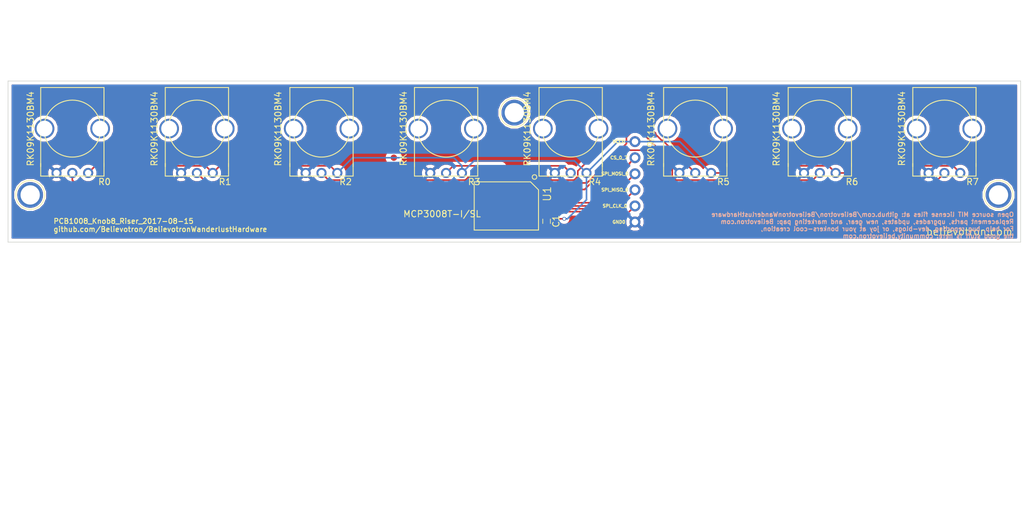
<source format=kicad_pcb>
(kicad_pcb (version 4) (host pcbnew 4.0.4-stable)

  (general
    (links 34)
    (no_connects 0)
    (area -0.050001 -50.270001 160.050001 -24.709999)
    (thickness 1.6)
    (drawings 18)
    (tracks 133)
    (zones 0)
    (modules 23)
    (nets 15)
  )

  (page A4)
  (layers
    (0 F.Cu signal)
    (31 B.Cu signal)
    (32 B.Adhes user)
    (33 F.Adhes user)
    (34 B.Paste user)
    (35 F.Paste user)
    (36 B.SilkS user)
    (37 F.SilkS user)
    (38 B.Mask user)
    (39 F.Mask user)
    (40 Dwgs.User user hide)
    (41 Cmts.User user hide)
    (42 Eco1.User user hide)
    (43 Eco2.User user hide)
    (44 Edge.Cuts user)
    (45 Margin user hide)
    (46 B.CrtYd user hide)
    (47 F.CrtYd user hide)
    (48 B.Fab user hide)
    (49 F.Fab user hide)
  )

  (setup
    (last_trace_width 0.25)
    (trace_clearance 0.2)
    (zone_clearance 0.508)
    (zone_45_only no)
    (trace_min 0.2)
    (segment_width 0.2)
    (edge_width 0.1)
    (via_size 0.6)
    (via_drill 0.4)
    (via_min_size 0.4)
    (via_min_drill 0.3)
    (uvia_size 0.3)
    (uvia_drill 0.1)
    (uvias_allowed no)
    (uvia_min_size 0.2)
    (uvia_min_drill 0.1)
    (pcb_text_width 0.3)
    (pcb_text_size 1.5 1.5)
    (mod_edge_width 0.15)
    (mod_text_size 1 1)
    (mod_text_width 0.15)
    (pad_size 4.064 4.064)
    (pad_drill 3.048)
    (pad_to_mask_clearance 0)
    (aux_axis_origin 0 0)
    (visible_elements 7FFEFFFF)
    (pcbplotparams
      (layerselection 0x010fc_80000001)
      (usegerberextensions false)
      (excludeedgelayer true)
      (linewidth 0.100000)
      (plotframeref false)
      (viasonmask false)
      (mode 1)
      (useauxorigin false)
      (hpglpennumber 1)
      (hpglpenspeed 20)
      (hpglpendiameter 15)
      (hpglpenoverlay 2)
      (psnegative false)
      (psa4output false)
      (plotreference true)
      (plotvalue true)
      (plotinvisibletext false)
      (padsonsilk false)
      (subtractmaskfromsilk false)
      (outputformat 1)
      (mirror false)
      (drillshape 0)
      (scaleselection 1)
      (outputdirectory Output/PCB1008_Gerbers_2017-08-15/))
  )

  (net 0 "")
  (net 1 GND)
  (net 2 +3V3)
  (net 3 /SPI_CLK)
  (net 4 /SPI_MISO)
  (net 5 /SPI_MOSI)
  (net 6 /CS_0_7)
  (net 7 /P0)
  (net 8 /P1)
  (net 9 /P2)
  (net 10 /P3)
  (net 11 /P4)
  (net 12 /P5)
  (net 13 /P6)
  (net 14 /P7)

  (net_class Default "This is the default net class."
    (clearance 0.2)
    (trace_width 0.25)
    (via_dia 0.6)
    (via_drill 0.4)
    (uvia_dia 0.3)
    (uvia_drill 0.1)
    (add_net +3V3)
    (add_net /CS_0_7)
    (add_net /P0)
    (add_net /P1)
    (add_net /P2)
    (add_net /P3)
    (add_net /P4)
    (add_net /P5)
    (add_net /P6)
    (add_net /P7)
    (add_net /SPI_CLK)
    (add_net /SPI_MISO)
    (add_net /SPI_MOSI)
    (add_net GND)
  )

  (module Connect:1pin (layer F.Cu) (tedit 58896CB2) (tstamp 59936448)
    (at 80 -45.22)
    (descr "module 1 pin (ou trou mecanique de percage)")
    (tags DEV)
    (fp_text reference REF** (at 0 -3.048) (layer F.SilkS) hide
      (effects (font (size 1 1) (thickness 0.15)))
    )
    (fp_text value 1pin (at 0 3) (layer F.Fab)
      (effects (font (size 1 1) (thickness 0.15)))
    )
    (fp_circle (center 0 0) (end 2 0.8) (layer F.Fab) (width 0.1))
    (fp_circle (center 0 0) (end 2.6 0) (layer F.CrtYd) (width 0.05))
    (fp_circle (center 0 0) (end 0 -2.286) (layer F.SilkS) (width 0.12))
    (pad 1 thru_hole circle (at 0 0) (size 4.064 4.064) (drill 3.048) (layers *.Cu *.Mask))
  )

  (module Connect:1pin (layer F.Cu) (tedit 58896CB2) (tstamp 59936438)
    (at 3.5 -32.22)
    (descr "module 1 pin (ou trou mecanique de percage)")
    (tags DEV)
    (fp_text reference REF** (at 0 -3.048) (layer F.SilkS) hide
      (effects (font (size 1 1) (thickness 0.15)))
    )
    (fp_text value 1pin (at 0 3) (layer F.Fab)
      (effects (font (size 1 1) (thickness 0.15)))
    )
    (fp_circle (center 0 0) (end 2 0.8) (layer F.Fab) (width 0.1))
    (fp_circle (center 0 0) (end 2.6 0) (layer F.CrtYd) (width 0.05))
    (fp_circle (center 0 0) (end 0 -2.286) (layer F.SilkS) (width 0.12))
    (pad 1 thru_hole circle (at 0 0) (size 4.064 4.064) (drill 3.048) (layers *.Cu *.Mask))
  )

  (module Connect:1pin (layer F.Cu) (tedit 58896CB2) (tstamp 599363EA)
    (at 156.5 -32.22)
    (descr "module 1 pin (ou trou mecanique de percage)")
    (tags DEV)
    (fp_text reference REF** (at 0 -3.048) (layer F.SilkS) hide
      (effects (font (size 1 1) (thickness 0.15)))
    )
    (fp_text value 1pin (at 0 3) (layer F.Fab)
      (effects (font (size 1 1) (thickness 0.15)))
    )
    (fp_circle (center 0 0) (end 2 0.8) (layer F.Fab) (width 0.1))
    (fp_circle (center 0 0) (end 2.6 0) (layer F.CrtYd) (width 0.05))
    (fp_circle (center 0 0) (end 0 -2.286) (layer F.SilkS) (width 0.12))
    (pad 1 thru_hole circle (at 0 0) (size 4.064 4.064) (drill 3.048) (layers *.Cu *.Mask))
  )

  (module Fiducials:Fiducial_1mm_Dia_2.54mm_Outer_CopperBottom (layer B.Cu) (tedit 58896CF4) (tstamp 59925DFB)
    (at 60.96 -27.94)
    (descr "Circular Fiducial, 1mm bare copper bottom; 2.54mm keepout")
    (tags marker)
    (attr virtual)
    (fp_text reference REF** (at 3.4 -0.7) (layer B.SilkS) hide
      (effects (font (size 1 1) (thickness 0.15)) (justify mirror))
    )
    (fp_text value Fiducial_1mm_Dia_2.54mm_Outer_CopperBottom (at 0 1.8) (layer B.Fab)
      (effects (font (size 1 1) (thickness 0.15)) (justify mirror))
    )
    (fp_circle (center 0 0) (end 1.55 0) (layer F.CrtYd) (width 0.05))
    (pad ~ smd circle (at 0 0) (size 1 1) (layers F.Cu F.Mask)
      (solder_mask_margin 0.77) (clearance 0.77))
  )

  (module Fiducials:Fiducial_1mm_Dia_2.54mm_Outer_CopperTop (layer F.Cu) (tedit 58896B7C) (tstamp 58899026)
    (at 60.96 -38.1)
    (descr "Circular Fiducial, 1mm bare copper top; 2.54mm keepout")
    (tags marker)
    (attr virtual)
    (fp_text reference REF** (at 3.4 0.7) (layer F.SilkS) hide
      (effects (font (size 1 1) (thickness 0.15)))
    )
    (fp_text value Fiducial_1mm_Dia_2.54mm_Outer_CopperTop (at 0 -1.8) (layer F.Fab)
      (effects (font (size 1 1) (thickness 0.15)))
    )
    (fp_circle (center 0 0) (end 1.55 0) (layer F.CrtYd) (width 0.05))
    (pad ~ smd circle (at 0 0) (size 1 1) (layers F.Cu F.Mask)
      (solder_mask_margin 0.77) (clearance 0.77))
  )

  (module Fiducials:Fiducial_1mm_Dia_2.54mm_Outer_CopperBottom (layer B.Cu) (tedit 58896CF4) (tstamp 58899043)
    (at 116.84 -27.94)
    (descr "Circular Fiducial, 1mm bare copper bottom; 2.54mm keepout")
    (tags marker)
    (attr virtual)
    (fp_text reference REF** (at 3.4 -0.7) (layer B.SilkS) hide
      (effects (font (size 1 1) (thickness 0.15)) (justify mirror))
    )
    (fp_text value Fiducial_1mm_Dia_2.54mm_Outer_CopperBottom (at 0 1.8) (layer B.Fab)
      (effects (font (size 1 1) (thickness 0.15)) (justify mirror))
    )
    (fp_circle (center 0 0) (end 1.55 0) (layer F.CrtYd) (width 0.05))
    (pad ~ smd circle (at 0 0) (size 1 1) (layers F.Cu F.Mask)
      (solder_mask_margin 0.77) (clearance 0.77))
  )

  (module Fiducials:Fiducial_1mm_Dia_2.54mm_Outer_CopperBottom (layer B.Cu) (tedit 58896CF4) (tstamp 591E2A6C)
    (at 116.84 -38.1)
    (descr "Circular Fiducial, 1mm bare copper bottom; 2.54mm keepout")
    (tags marker)
    (attr virtual)
    (fp_text reference REF** (at 3.4 -0.7) (layer B.SilkS) hide
      (effects (font (size 1 1) (thickness 0.15)) (justify mirror))
    )
    (fp_text value Fiducial_1mm_Dia_2.54mm_Outer_CopperBottom (at 0 1.8) (layer B.Fab)
      (effects (font (size 1 1) (thickness 0.15)) (justify mirror))
    )
    (fp_circle (center 0 0) (end 1.55 0) (layer F.CrtYd) (width 0.05))
    (pad ~ smd circle (at 0 0) (size 1 1) (layers F.Cu F.Mask)
      (solder_mask_margin 0.77) (clearance 0.77))
  )

  (module Capacitors_SMD:C_0603 (layer F.Cu) (tedit 58AA844E) (tstamp 599247BF)
    (at 85.09 -28.055 270)
    (descr "Capacitor SMD 0603, reflow soldering, AVX (see smccp.pdf)")
    (tags "capacitor 0603")
    (path /59924C4D)
    (attr smd)
    (fp_text reference C1 (at 0 -1.5 270) (layer F.SilkS)
      (effects (font (size 1 1) (thickness 0.15)))
    )
    (fp_text value 0.1u (at 0 1.5 270) (layer F.Fab)
      (effects (font (size 1 1) (thickness 0.15)))
    )
    (fp_text user %R (at 0 -1.5 270) (layer F.Fab)
      (effects (font (size 1 1) (thickness 0.15)))
    )
    (fp_line (start -0.8 0.4) (end -0.8 -0.4) (layer F.Fab) (width 0.1))
    (fp_line (start 0.8 0.4) (end -0.8 0.4) (layer F.Fab) (width 0.1))
    (fp_line (start 0.8 -0.4) (end 0.8 0.4) (layer F.Fab) (width 0.1))
    (fp_line (start -0.8 -0.4) (end 0.8 -0.4) (layer F.Fab) (width 0.1))
    (fp_line (start -0.35 -0.6) (end 0.35 -0.6) (layer F.SilkS) (width 0.12))
    (fp_line (start 0.35 0.6) (end -0.35 0.6) (layer F.SilkS) (width 0.12))
    (fp_line (start -1.4 -0.65) (end 1.4 -0.65) (layer F.CrtYd) (width 0.05))
    (fp_line (start -1.4 -0.65) (end -1.4 0.65) (layer F.CrtYd) (width 0.05))
    (fp_line (start 1.4 0.65) (end 1.4 -0.65) (layer F.CrtYd) (width 0.05))
    (fp_line (start 1.4 0.65) (end -1.4 0.65) (layer F.CrtYd) (width 0.05))
    (pad 1 smd rect (at -0.75 0 270) (size 0.8 0.75) (layers F.Cu F.Paste F.Mask)
      (net 2 +3V3))
    (pad 2 smd rect (at 0.75 0 270) (size 0.8 0.75) (layers F.Cu F.Paste F.Mask)
      (net 1 GND))
    (model Capacitors_SMD.3dshapes/C_0603.wrl
      (at (xyz 0 0 0))
      (scale (xyz 1 1 1))
      (rotate (xyz 0 0 0))
    )
  )

  (module Liberry:SOIC-16 (layer F.Cu) (tedit 582E0477) (tstamp 59924925)
    (at 78.74 -30.48 180)
    (path /59924C44)
    (fp_text reference U1 (at -6.445 1.905 270) (layer F.SilkS)
      (effects (font (size 1.2 1.2) (thickness 0.15)))
    )
    (fp_text value MCP3008T-I/SL (at 0 0 180) (layer F.Fab)
      (effects (font (size 1.2 1.2) (thickness 0.15)))
    )
    (fp_circle (center -4.445 4.572) (end -4.191 4.318) (layer F.SilkS) (width 0.15))
    (fp_line (start 5.08 3.81) (end 5.08 -3.81) (layer F.SilkS) (width 0.15))
    (fp_line (start -3.81 3.81) (end 5.08 3.81) (layer F.SilkS) (width 0.15))
    (fp_line (start -5.08 2.54) (end -3.81 3.81) (layer F.SilkS) (width 0.15))
    (fp_line (start -5.08 -3.81) (end -5.08 2.54) (layer F.SilkS) (width 0.15))
    (fp_line (start 5.08 -3.81) (end -5.08 -3.81) (layer F.SilkS) (width 0.15))
    (pad 16 smd rect (at -4.445 -2.6 180) (size 0.6 1.5) (layers F.Cu F.Paste F.Mask)
      (net 2 +3V3))
    (pad 1 smd rect (at -4.445 2.6 180) (size 0.6 1.5) (layers F.Cu F.Paste F.Mask)
      (net 14 /P7))
    (pad 15 smd rect (at -3.175 -2.6 180) (size 0.6 1.5) (layers F.Cu F.Paste F.Mask)
      (net 2 +3V3))
    (pad 2 smd rect (at -3.175 2.6 180) (size 0.6 1.5) (layers F.Cu F.Paste F.Mask)
      (net 13 /P6))
    (pad 14 smd rect (at -1.905 -2.6 180) (size 0.6 1.5) (layers F.Cu F.Paste F.Mask)
      (net 1 GND))
    (pad 3 smd rect (at -1.905 2.6 180) (size 0.6 1.5) (layers F.Cu F.Paste F.Mask)
      (net 12 /P5))
    (pad 13 smd rect (at -0.635 -2.6 180) (size 0.6 1.5) (layers F.Cu F.Paste F.Mask)
      (net 3 /SPI_CLK))
    (pad 4 smd rect (at -0.635 2.6 180) (size 0.6 1.5) (layers F.Cu F.Paste F.Mask)
      (net 11 /P4))
    (pad 12 smd rect (at 0.635 -2.6 180) (size 0.6 1.5) (layers F.Cu F.Paste F.Mask)
      (net 4 /SPI_MISO))
    (pad 5 smd rect (at 0.635 2.6 180) (size 0.6 1.5) (layers F.Cu F.Paste F.Mask)
      (net 10 /P3))
    (pad 11 smd rect (at 1.905 -2.6 180) (size 0.6 1.5) (layers F.Cu F.Paste F.Mask)
      (net 5 /SPI_MOSI))
    (pad 6 smd rect (at 1.905 2.6 180) (size 0.6 1.5) (layers F.Cu F.Paste F.Mask)
      (net 9 /P2))
    (pad 10 smd rect (at 3.175 -2.6 180) (size 0.6 1.5) (layers F.Cu F.Paste F.Mask)
      (net 6 /CS_0_7))
    (pad 7 smd rect (at 3.175 2.6 180) (size 0.6 1.5) (layers F.Cu F.Paste F.Mask)
      (net 8 /P1))
    (pad 9 smd rect (at 4.445 -2.6 180) (size 0.6 1.5) (layers F.Cu F.Paste F.Mask)
      (net 1 GND))
    (pad 8 smd rect (at 4.445 2.6 180) (size 0.6 1.5) (layers F.Cu F.Paste F.Mask)
      (net 7 /P0))
  )

  (module Liberry:POT_ALPS_RK09K1130BM4 (layer F.Cu) (tedit 597B9FAD) (tstamp 59924850)
    (at 147.955 -42.7)
    (path /59924C2E)
    (fp_text reference R7 (at 4.445 8.41 180) (layer F.SilkS)
      (effects (font (size 1 1) (thickness 0.15)))
    )
    (fp_text value POT (at 1 9.5052) (layer F.Fab)
      (effects (font (size 1 1) (thickness 0.15)))
    )
    (fp_text user RK09K1130BM4 (at -6.731 0 90) (layer F.SilkS)
      (effects (font (size 1 1) (thickness 0.15)))
    )
    (fp_circle (center 0 0) (end 4.5 0) (layer F.SilkS) (width 0.15))
    (fp_line (start 7.5 -8.9948) (end -7.5 -8.9948) (layer F.CrtYd) (width 0.15))
    (fp_line (start 7.5 8.5052) (end 7.5 -8.9948) (layer F.CrtYd) (width 0.15))
    (fp_line (start -7.5 8.5052) (end 7.5 8.5052) (layer F.CrtYd) (width 0.15))
    (fp_line (start -7.5 -8.9948) (end -7.5 8.5052) (layer F.CrtYd) (width 0.15))
    (fp_line (start -5 7.5052) (end -5 5.5052) (layer F.SilkS) (width 0.15))
    (fp_line (start 5 7.5052) (end 5 5.5052) (layer F.SilkS) (width 0.15))
    (fp_line (start -5 6.0052) (end -5 -6.4948) (layer F.SilkS) (width 0.15))
    (fp_line (start 5 7.5052) (end -5 7.5052) (layer F.SilkS) (width 0.15))
    (fp_line (start 5 -6.4948) (end 5 6.0052) (layer F.SilkS) (width 0.15))
    (fp_line (start -5 -6.4948) (end 5 -6.4948) (layer F.SilkS) (width 0.15))
    (pad "" thru_hole circle (at -4.3942 0) (size 3.1 3.1) (drill 2.5) (layers *.Cu *.Mask))
    (pad "" thru_hole circle (at 4.3942 0) (size 3.1 3.1) (drill 2.5) (layers *.Cu *.Mask))
    (pad 3 thru_hole circle (at -2.5 7.0104) (size 1.6 1.6) (drill 1) (layers *.Cu *.Mask)
      (net 1 GND))
    (pad 2 thru_hole circle (at 0 7.0104) (size 1.6 1.6) (drill 1) (layers *.Cu *.Mask)
      (net 14 /P7))
    (pad 1 thru_hole circle (at 2.5 7.0104) (size 1.6 1.6) (drill 1) (layers *.Cu *.Mask)
      (net 2 +3V3))
  )

  (module Liberry:POT_ALPS_RK09K1130BM4 (layer F.Cu) (tedit 597B9FAD) (tstamp 59924840)
    (at 128.27 -42.7)
    (path /59924C18)
    (fp_text reference R6 (at 5.08 8.41 180) (layer F.SilkS)
      (effects (font (size 1 1) (thickness 0.15)))
    )
    (fp_text value POT (at 1 9.5052) (layer F.Fab)
      (effects (font (size 1 1) (thickness 0.15)))
    )
    (fp_text user RK09K1130BM4 (at -6.858 0.028 90) (layer F.SilkS)
      (effects (font (size 1 1) (thickness 0.15)))
    )
    (fp_circle (center 0 0) (end 4.5 0) (layer F.SilkS) (width 0.15))
    (fp_line (start 7.5 -8.9948) (end -7.5 -8.9948) (layer F.CrtYd) (width 0.15))
    (fp_line (start 7.5 8.5052) (end 7.5 -8.9948) (layer F.CrtYd) (width 0.15))
    (fp_line (start -7.5 8.5052) (end 7.5 8.5052) (layer F.CrtYd) (width 0.15))
    (fp_line (start -7.5 -8.9948) (end -7.5 8.5052) (layer F.CrtYd) (width 0.15))
    (fp_line (start -5 7.5052) (end -5 5.5052) (layer F.SilkS) (width 0.15))
    (fp_line (start 5 7.5052) (end 5 5.5052) (layer F.SilkS) (width 0.15))
    (fp_line (start -5 6.0052) (end -5 -6.4948) (layer F.SilkS) (width 0.15))
    (fp_line (start 5 7.5052) (end -5 7.5052) (layer F.SilkS) (width 0.15))
    (fp_line (start 5 -6.4948) (end 5 6.0052) (layer F.SilkS) (width 0.15))
    (fp_line (start -5 -6.4948) (end 5 -6.4948) (layer F.SilkS) (width 0.15))
    (pad "" thru_hole circle (at -4.3942 0) (size 3.1 3.1) (drill 2.5) (layers *.Cu *.Mask))
    (pad "" thru_hole circle (at 4.3942 0) (size 3.1 3.1) (drill 2.5) (layers *.Cu *.Mask))
    (pad 3 thru_hole circle (at -2.5 7.0104) (size 1.6 1.6) (drill 1) (layers *.Cu *.Mask)
      (net 1 GND))
    (pad 2 thru_hole circle (at 0 7.0104) (size 1.6 1.6) (drill 1) (layers *.Cu *.Mask)
      (net 13 /P6))
    (pad 1 thru_hole circle (at 2.5 7.0104) (size 1.6 1.6) (drill 1) (layers *.Cu *.Mask)
      (net 2 +3V3))
  )

  (module Liberry:POT_ALPS_RK09K1130BM4 (layer F.Cu) (tedit 597B9FAD) (tstamp 59924830)
    (at 108.585 -42.7)
    (path /59924C02)
    (fp_text reference R5 (at 4.445 8.41 180) (layer F.SilkS)
      (effects (font (size 1 1) (thickness 0.15)))
    )
    (fp_text value POT (at 1 9.5052) (layer F.Fab)
      (effects (font (size 1 1) (thickness 0.15)))
    )
    (fp_text user RK09K1130BM4 (at -6.985 0.028 90) (layer F.SilkS)
      (effects (font (size 1 1) (thickness 0.15)))
    )
    (fp_circle (center 0 0) (end 4.5 0) (layer F.SilkS) (width 0.15))
    (fp_line (start 7.5 -8.9948) (end -7.5 -8.9948) (layer F.CrtYd) (width 0.15))
    (fp_line (start 7.5 8.5052) (end 7.5 -8.9948) (layer F.CrtYd) (width 0.15))
    (fp_line (start -7.5 8.5052) (end 7.5 8.5052) (layer F.CrtYd) (width 0.15))
    (fp_line (start -7.5 -8.9948) (end -7.5 8.5052) (layer F.CrtYd) (width 0.15))
    (fp_line (start -5 7.5052) (end -5 5.5052) (layer F.SilkS) (width 0.15))
    (fp_line (start 5 7.5052) (end 5 5.5052) (layer F.SilkS) (width 0.15))
    (fp_line (start -5 6.0052) (end -5 -6.4948) (layer F.SilkS) (width 0.15))
    (fp_line (start 5 7.5052) (end -5 7.5052) (layer F.SilkS) (width 0.15))
    (fp_line (start 5 -6.4948) (end 5 6.0052) (layer F.SilkS) (width 0.15))
    (fp_line (start -5 -6.4948) (end 5 -6.4948) (layer F.SilkS) (width 0.15))
    (pad "" thru_hole circle (at -4.3942 0) (size 3.1 3.1) (drill 2.5) (layers *.Cu *.Mask))
    (pad "" thru_hole circle (at 4.3942 0) (size 3.1 3.1) (drill 2.5) (layers *.Cu *.Mask))
    (pad 3 thru_hole circle (at -2.5 7.0104) (size 1.6 1.6) (drill 1) (layers *.Cu *.Mask)
      (net 1 GND))
    (pad 2 thru_hole circle (at 0 7.0104) (size 1.6 1.6) (drill 1) (layers *.Cu *.Mask)
      (net 12 /P5))
    (pad 1 thru_hole circle (at 2.5 7.0104) (size 1.6 1.6) (drill 1) (layers *.Cu *.Mask)
      (net 2 +3V3))
  )

  (module Liberry:POT_ALPS_RK09K1130BM4 (layer F.Cu) (tedit 597B9FAD) (tstamp 59924820)
    (at 88.9 -42.7)
    (path /59924BEC)
    (fp_text reference R4 (at 3.81 8.41 180) (layer F.SilkS)
      (effects (font (size 1 1) (thickness 0.15)))
    )
    (fp_text value POT (at 1 9.5052) (layer F.Fab)
      (effects (font (size 1 1) (thickness 0.15)))
    )
    (fp_text user RK09K1130BM4 (at -6.858 0.028 90) (layer F.SilkS)
      (effects (font (size 1 1) (thickness 0.15)))
    )
    (fp_circle (center 0 0) (end 4.5 0) (layer F.SilkS) (width 0.15))
    (fp_line (start 7.5 -8.9948) (end -7.5 -8.9948) (layer F.CrtYd) (width 0.15))
    (fp_line (start 7.5 8.5052) (end 7.5 -8.9948) (layer F.CrtYd) (width 0.15))
    (fp_line (start -7.5 8.5052) (end 7.5 8.5052) (layer F.CrtYd) (width 0.15))
    (fp_line (start -7.5 -8.9948) (end -7.5 8.5052) (layer F.CrtYd) (width 0.15))
    (fp_line (start -5 7.5052) (end -5 5.5052) (layer F.SilkS) (width 0.15))
    (fp_line (start 5 7.5052) (end 5 5.5052) (layer F.SilkS) (width 0.15))
    (fp_line (start -5 6.0052) (end -5 -6.4948) (layer F.SilkS) (width 0.15))
    (fp_line (start 5 7.5052) (end -5 7.5052) (layer F.SilkS) (width 0.15))
    (fp_line (start 5 -6.4948) (end 5 6.0052) (layer F.SilkS) (width 0.15))
    (fp_line (start -5 -6.4948) (end 5 -6.4948) (layer F.SilkS) (width 0.15))
    (pad "" thru_hole circle (at -4.3942 0) (size 3.1 3.1) (drill 2.5) (layers *.Cu *.Mask))
    (pad "" thru_hole circle (at 4.3942 0) (size 3.1 3.1) (drill 2.5) (layers *.Cu *.Mask))
    (pad 3 thru_hole circle (at -2.5 7.0104) (size 1.6 1.6) (drill 1) (layers *.Cu *.Mask)
      (net 1 GND))
    (pad 2 thru_hole circle (at 0 7.0104) (size 1.6 1.6) (drill 1) (layers *.Cu *.Mask)
      (net 11 /P4))
    (pad 1 thru_hole circle (at 2.5 7.0104) (size 1.6 1.6) (drill 1) (layers *.Cu *.Mask)
      (net 2 +3V3))
  )

  (module Liberry:POT_ALPS_RK09K1130BM4 (layer F.Cu) (tedit 597B9FAD) (tstamp 59924810)
    (at 69.215 -42.7)
    (path /59924BD6)
    (fp_text reference R3 (at 4.445 8.41 180) (layer F.SilkS)
      (effects (font (size 1 1) (thickness 0.15)))
    )
    (fp_text value POT (at 1 9.5052) (layer F.Fab)
      (effects (font (size 1 1) (thickness 0.15)))
    )
    (fp_text user RK09K1130BM4 (at -6.731 0 90) (layer F.SilkS)
      (effects (font (size 1 1) (thickness 0.15)))
    )
    (fp_circle (center 0 0) (end 4.5 0) (layer F.SilkS) (width 0.15))
    (fp_line (start 7.5 -8.9948) (end -7.5 -8.9948) (layer F.CrtYd) (width 0.15))
    (fp_line (start 7.5 8.5052) (end 7.5 -8.9948) (layer F.CrtYd) (width 0.15))
    (fp_line (start -7.5 8.5052) (end 7.5 8.5052) (layer F.CrtYd) (width 0.15))
    (fp_line (start -7.5 -8.9948) (end -7.5 8.5052) (layer F.CrtYd) (width 0.15))
    (fp_line (start -5 7.5052) (end -5 5.5052) (layer F.SilkS) (width 0.15))
    (fp_line (start 5 7.5052) (end 5 5.5052) (layer F.SilkS) (width 0.15))
    (fp_line (start -5 6.0052) (end -5 -6.4948) (layer F.SilkS) (width 0.15))
    (fp_line (start 5 7.5052) (end -5 7.5052) (layer F.SilkS) (width 0.15))
    (fp_line (start 5 -6.4948) (end 5 6.0052) (layer F.SilkS) (width 0.15))
    (fp_line (start -5 -6.4948) (end 5 -6.4948) (layer F.SilkS) (width 0.15))
    (pad "" thru_hole circle (at -4.3942 0) (size 3.1 3.1) (drill 2.5) (layers *.Cu *.Mask))
    (pad "" thru_hole circle (at 4.3942 0) (size 3.1 3.1) (drill 2.5) (layers *.Cu *.Mask))
    (pad 3 thru_hole circle (at -2.5 7.0104) (size 1.6 1.6) (drill 1) (layers *.Cu *.Mask)
      (net 1 GND))
    (pad 2 thru_hole circle (at 0 7.0104) (size 1.6 1.6) (drill 1) (layers *.Cu *.Mask)
      (net 10 /P3))
    (pad 1 thru_hole circle (at 2.5 7.0104) (size 1.6 1.6) (drill 1) (layers *.Cu *.Mask)
      (net 2 +3V3))
  )

  (module Liberry:POT_ALPS_RK09K1130BM4 (layer F.Cu) (tedit 597B9FAD) (tstamp 59924800)
    (at 49.53 -42.7)
    (path /59924BC0)
    (fp_text reference R2 (at 3.81 8.41 180) (layer F.SilkS)
      (effects (font (size 1 1) (thickness 0.15)))
    )
    (fp_text value POT (at 1 9.5052) (layer F.Fab)
      (effects (font (size 1 1) (thickness 0.15)))
    )
    (fp_text user RK09K1130BM4 (at -6.858 0.028 90) (layer F.SilkS)
      (effects (font (size 1 1) (thickness 0.15)))
    )
    (fp_circle (center 0 0) (end 4.5 0) (layer F.SilkS) (width 0.15))
    (fp_line (start 7.5 -8.9948) (end -7.5 -8.9948) (layer F.CrtYd) (width 0.15))
    (fp_line (start 7.5 8.5052) (end 7.5 -8.9948) (layer F.CrtYd) (width 0.15))
    (fp_line (start -7.5 8.5052) (end 7.5 8.5052) (layer F.CrtYd) (width 0.15))
    (fp_line (start -7.5 -8.9948) (end -7.5 8.5052) (layer F.CrtYd) (width 0.15))
    (fp_line (start -5 7.5052) (end -5 5.5052) (layer F.SilkS) (width 0.15))
    (fp_line (start 5 7.5052) (end 5 5.5052) (layer F.SilkS) (width 0.15))
    (fp_line (start -5 6.0052) (end -5 -6.4948) (layer F.SilkS) (width 0.15))
    (fp_line (start 5 7.5052) (end -5 7.5052) (layer F.SilkS) (width 0.15))
    (fp_line (start 5 -6.4948) (end 5 6.0052) (layer F.SilkS) (width 0.15))
    (fp_line (start -5 -6.4948) (end 5 -6.4948) (layer F.SilkS) (width 0.15))
    (pad "" thru_hole circle (at -4.3942 0) (size 3.1 3.1) (drill 2.5) (layers *.Cu *.Mask))
    (pad "" thru_hole circle (at 4.3942 0) (size 3.1 3.1) (drill 2.5) (layers *.Cu *.Mask))
    (pad 3 thru_hole circle (at -2.5 7.0104) (size 1.6 1.6) (drill 1) (layers *.Cu *.Mask)
      (net 1 GND))
    (pad 2 thru_hole circle (at 0 7.0104) (size 1.6 1.6) (drill 1) (layers *.Cu *.Mask)
      (net 9 /P2))
    (pad 1 thru_hole circle (at 2.5 7.0104) (size 1.6 1.6) (drill 1) (layers *.Cu *.Mask)
      (net 2 +3V3))
  )

  (module Liberry:POT_ALPS_RK09K1130BM4 (layer F.Cu) (tedit 597B9FAD) (tstamp 599247F0)
    (at 29.845 -42.7)
    (path /59924BAA)
    (fp_text reference R1 (at 4.445 8.41 180) (layer F.SilkS)
      (effects (font (size 1 1) (thickness 0.15)))
    )
    (fp_text value POT (at 1 9.5052) (layer F.Fab)
      (effects (font (size 1 1) (thickness 0.15)))
    )
    (fp_text user RK09K1130BM4 (at -6.731 0.028 90) (layer F.SilkS)
      (effects (font (size 1 1) (thickness 0.15)))
    )
    (fp_circle (center 0 0) (end 4.5 0) (layer F.SilkS) (width 0.15))
    (fp_line (start 7.5 -8.9948) (end -7.5 -8.9948) (layer F.CrtYd) (width 0.15))
    (fp_line (start 7.5 8.5052) (end 7.5 -8.9948) (layer F.CrtYd) (width 0.15))
    (fp_line (start -7.5 8.5052) (end 7.5 8.5052) (layer F.CrtYd) (width 0.15))
    (fp_line (start -7.5 -8.9948) (end -7.5 8.5052) (layer F.CrtYd) (width 0.15))
    (fp_line (start -5 7.5052) (end -5 5.5052) (layer F.SilkS) (width 0.15))
    (fp_line (start 5 7.5052) (end 5 5.5052) (layer F.SilkS) (width 0.15))
    (fp_line (start -5 6.0052) (end -5 -6.4948) (layer F.SilkS) (width 0.15))
    (fp_line (start 5 7.5052) (end -5 7.5052) (layer F.SilkS) (width 0.15))
    (fp_line (start 5 -6.4948) (end 5 6.0052) (layer F.SilkS) (width 0.15))
    (fp_line (start -5 -6.4948) (end 5 -6.4948) (layer F.SilkS) (width 0.15))
    (pad "" thru_hole circle (at -4.3942 0) (size 3.1 3.1) (drill 2.5) (layers *.Cu *.Mask))
    (pad "" thru_hole circle (at 4.3942 0) (size 3.1 3.1) (drill 2.5) (layers *.Cu *.Mask))
    (pad 3 thru_hole circle (at -2.5 7.0104) (size 1.6 1.6) (drill 1) (layers *.Cu *.Mask)
      (net 1 GND))
    (pad 2 thru_hole circle (at 0 7.0104) (size 1.6 1.6) (drill 1) (layers *.Cu *.Mask)
      (net 8 /P1))
    (pad 1 thru_hole circle (at 2.5 7.0104) (size 1.6 1.6) (drill 1) (layers *.Cu *.Mask)
      (net 2 +3V3))
  )

  (module Liberry:POT_ALPS_RK09K1130BM4 (layer F.Cu) (tedit 597B9FAD) (tstamp 599247E0)
    (at 10.16 -42.7)
    (path /59924B94)
    (fp_text reference R0 (at 5.08 8.41 180) (layer F.SilkS)
      (effects (font (size 1 1) (thickness 0.15)))
    )
    (fp_text value POT (at 1 9.5052) (layer F.Fab)
      (effects (font (size 1 1) (thickness 0.15)))
    )
    (fp_text user RK09K1130BM4 (at -6.604 0.028 90) (layer F.SilkS)
      (effects (font (size 1 1) (thickness 0.15)))
    )
    (fp_circle (center 0 0) (end 4.5 0) (layer F.SilkS) (width 0.15))
    (fp_line (start 7.5 -8.9948) (end -7.5 -8.9948) (layer F.CrtYd) (width 0.15))
    (fp_line (start 7.5 8.5052) (end 7.5 -8.9948) (layer F.CrtYd) (width 0.15))
    (fp_line (start -7.5 8.5052) (end 7.5 8.5052) (layer F.CrtYd) (width 0.15))
    (fp_line (start -7.5 -8.9948) (end -7.5 8.5052) (layer F.CrtYd) (width 0.15))
    (fp_line (start -5 7.5052) (end -5 5.5052) (layer F.SilkS) (width 0.15))
    (fp_line (start 5 7.5052) (end 5 5.5052) (layer F.SilkS) (width 0.15))
    (fp_line (start -5 6.0052) (end -5 -6.4948) (layer F.SilkS) (width 0.15))
    (fp_line (start 5 7.5052) (end -5 7.5052) (layer F.SilkS) (width 0.15))
    (fp_line (start 5 -6.4948) (end 5 6.0052) (layer F.SilkS) (width 0.15))
    (fp_line (start -5 -6.4948) (end 5 -6.4948) (layer F.SilkS) (width 0.15))
    (pad "" thru_hole circle (at -4.3942 0) (size 3.1 3.1) (drill 2.5) (layers *.Cu *.Mask))
    (pad "" thru_hole circle (at 4.3942 0) (size 3.1 3.1) (drill 2.5) (layers *.Cu *.Mask))
    (pad 3 thru_hole circle (at -2.5 7.0104) (size 1.6 1.6) (drill 1) (layers *.Cu *.Mask)
      (net 1 GND))
    (pad 2 thru_hole circle (at 0 7.0104) (size 1.6 1.6) (drill 1) (layers *.Cu *.Mask)
      (net 7 /P0))
    (pad 1 thru_hole circle (at 2.5 7.0104) (size 1.6 1.6) (drill 1) (layers *.Cu *.Mask)
      (net 2 +3V3))
  )

  (module Liberry:single_0.1 (layer F.Cu) (tedit 5829F5BC) (tstamp 599362A9)
    (at 99.06 -38.1)
    (descr "10 pins through hole IDC header")
    (tags "IDC header socket VASCH")
    (path /59937BFC)
    (fp_text reference CS_0_7 (at -2.54 0) (layer F.SilkS)
      (effects (font (size 0.5 0.5) (thickness 0.125)))
    )
    (fp_text value CONN_01X01 (at 0 2.54) (layer F.Fab)
      (effects (font (size 1 1) (thickness 0.15)))
    )
    (pad 1 thru_hole circle (at 0 0) (size 1.7272 1.7272) (drill 1.016) (layers *.Cu *.Mask)
      (net 6 /CS_0_7))
  )

  (module Liberry:single_0.1 (layer F.Cu) (tedit 5829F5BC) (tstamp 599362AE)
    (at 99.06 -27.94)
    (descr "10 pins through hole IDC header")
    (tags "IDC header socket VASCH")
    (path /59937E30)
    (fp_text reference GND0 (at -2.54 0) (layer F.SilkS)
      (effects (font (size 0.5 0.5) (thickness 0.125)))
    )
    (fp_text value CONN_01X01 (at 0 2.54) (layer F.Fab)
      (effects (font (size 1 1) (thickness 0.15)))
    )
    (pad 1 thru_hole circle (at 0 0) (size 1.7272 1.7272) (drill 1.016) (layers *.Cu *.Mask)
      (net 1 GND))
  )

  (module Liberry:single_0.1 (layer F.Cu) (tedit 5829F5BC) (tstamp 599362B3)
    (at 99.06 -30.48)
    (descr "10 pins through hole IDC header")
    (tags "IDC header socket VASCH")
    (path /59937D9E)
    (fp_text reference SPI_CLK_0 (at -3.175 0) (layer F.SilkS)
      (effects (font (size 0.5 0.5) (thickness 0.125)))
    )
    (fp_text value CONN_01X01 (at 0 2.54) (layer F.Fab)
      (effects (font (size 1 1) (thickness 0.15)))
    )
    (pad 1 thru_hole circle (at 0 0) (size 1.7272 1.7272) (drill 1.016) (layers *.Cu *.Mask)
      (net 3 /SPI_CLK))
  )

  (module Liberry:single_0.1 (layer F.Cu) (tedit 5829F5BC) (tstamp 599362B8)
    (at 99.06 -33.02)
    (descr "10 pins through hole IDC header")
    (tags "IDC header socket VASCH")
    (path /5993798F)
    (fp_text reference SPI_MISO_0 (at -3.175 0) (layer F.SilkS)
      (effects (font (size 0.5 0.5) (thickness 0.125)))
    )
    (fp_text value CONN_01X01 (at 0 2.54) (layer F.Fab)
      (effects (font (size 1 1) (thickness 0.15)))
    )
    (pad 1 thru_hole circle (at 0 0) (size 1.7272 1.7272) (drill 1.016) (layers *.Cu *.Mask)
      (net 4 /SPI_MISO))
  )

  (module Liberry:single_0.1 (layer F.Cu) (tedit 5829F5BC) (tstamp 599362BD)
    (at 99.06 -35.56)
    (descr "10 pins through hole IDC header")
    (tags "IDC header socket VASCH")
    (path /59937D0F)
    (fp_text reference SPI_MOSI_0 (at -3.175 0) (layer F.SilkS)
      (effects (font (size 0.5 0.5) (thickness 0.125)))
    )
    (fp_text value CONN_01X01 (at 0 2.54) (layer F.Fab)
      (effects (font (size 1 1) (thickness 0.15)))
    )
    (pad 1 thru_hole circle (at 0 0) (size 1.7272 1.7272) (drill 1.016) (layers *.Cu *.Mask)
      (net 5 /SPI_MOSI))
  )

  (module Liberry:single_0.1 (layer F.Cu) (tedit 5829F5BC) (tstamp 599362C2)
    (at 99.06 -40.64)
    (descr "10 pins through hole IDC header")
    (tags "IDC header socket VASCH")
    (path /59937C85)
    (fp_text reference VCC0 (at -2.54 0) (layer F.SilkS)
      (effects (font (size 0.5 0.5) (thickness 0.125)))
    )
    (fp_text value CONN_01X01 (at 0 2.54) (layer F.Fab)
      (effects (font (size 1 1) (thickness 0.15)))
    )
    (pad 1 thru_hole circle (at 0 0) (size 1.7272 1.7272) (drill 1.016) (layers *.Cu *.Mask)
      (net 2 +3V3))
  )

  (gr_text MCP3008T-I/SL (at 68.58 -29.21) (layer F.SilkS) (tstamp 5992601A)
    (effects (font (size 1 1) (thickness 0.15)))
  )
  (gr_text "Open source MIT license files at: github.com/Believotron/BelievotronWanderlustHardware\nReplacement parts, upgrades, updates, new gear, and marketing pap: Believotron.com\nFor help, bug reporting, dev-blogs, or joy at your bonkers-cool creation, \nthe good stuff is here: community.believotron.com\n" (at 159.004 -27.432) (layer B.SilkS) (tstamp 58DE8AEA)
    (effects (font (size 0.7 0.7) (thickness 0.15)) (justify left mirror))
  )
  (gr_text believotron.com (at 151.892 -26.416 360) (layer F.SilkS) (tstamp 588158CF)
    (effects (font (size 1.15 1.15) (thickness 0.15)))
  )
  (gr_text "PCB1008_Knob8_Riser_2017-08-15\ngithub.com/Believotron/BelievotronWanderlustHardware\n" (at 7.112 -27.432) (layer F.SilkS)
    (effects (font (size 0.8 0.8) (thickness 0.15)) (justify left))
  )
  (gr_line (start 185.76 -32.1253) (end 25.76 -32.1253) (layer Dwgs.User) (width 0.2))
  (gr_line (start 25.76 -0.0001) (end 25.76 -32.1253) (layer Dwgs.User) (width 0.2))
  (gr_line (start 45.76 -32.1253) (end 45.76 -0.0001) (layer Dwgs.User) (width 0.2))
  (gr_line (start 65.76 -32.1253) (end 65.76 -0.0001) (layer Dwgs.User) (width 0.2))
  (gr_line (start 85.76 -0.0001) (end 85.76 -32.1253) (layer Dwgs.User) (width 0.2))
  (gr_line (start 105.76 -32.1253) (end 105.76 -0.0001) (layer Dwgs.User) (width 0.2))
  (gr_line (start 125.76 -0.0001) (end 125.76 -32.1253) (layer Dwgs.User) (width 0.2))
  (gr_line (start 145.76 -0.0001) (end 145.76 -32.1253) (layer Dwgs.User) (width 0.2))
  (gr_line (start 165.76 -0.0001) (end 165.76 -32.1253) (layer Dwgs.User) (width 0.2))
  (gr_line (start 185.76 -32.25) (end 185.76 0) (layer Dwgs.User) (width 0.2))
  (gr_line (start 160 -24.76) (end 160 -50.22) (layer Edge.Cuts) (width 0.1))
  (gr_line (start 0 -50.22) (end 160 -50.22) (layer Edge.Cuts) (width 0.1))
  (gr_line (start 0 -24.76) (end 0 -50.22) (layer Edge.Cuts) (width 0.1))
  (gr_line (start 0 -24.76) (end 160 -24.76) (layer Edge.Cuts) (width 0.1))

  (segment (start 32.345 -35.6896) (end 31.219999 -36.814601) (width 0.25) (layer F.Cu) (net 2))
  (segment (start 31.219999 -36.814601) (end 13.785001 -36.814601) (width 0.25) (layer F.Cu) (net 2))
  (segment (start 13.785001 -36.814601) (end 13.459999 -36.489599) (width 0.25) (layer F.Cu) (net 2))
  (segment (start 13.459999 -36.489599) (end 12.66 -35.6896) (width 0.25) (layer F.Cu) (net 2))
  (segment (start 52.03 -35.6896) (end 50.904999 -36.814601) (width 0.25) (layer F.Cu) (net 2))
  (segment (start 50.904999 -36.814601) (end 33.470001 -36.814601) (width 0.25) (layer F.Cu) (net 2))
  (segment (start 33.470001 -36.814601) (end 33.144999 -36.489599) (width 0.25) (layer F.Cu) (net 2))
  (segment (start 33.144999 -36.489599) (end 32.345 -35.6896) (width 0.25) (layer F.Cu) (net 2))
  (segment (start 70.43597 -38.1) (end 54.4404 -38.1) (width 0.25) (layer B.Cu) (net 2))
  (segment (start 54.4404 -38.1) (end 52.03 -35.6896) (width 0.25) (layer B.Cu) (net 2))
  (segment (start 71.715 -35.6896) (end 71.715 -36.82097) (width 0.25) (layer B.Cu) (net 2))
  (segment (start 71.715 -36.82097) (end 70.43597 -38.1) (width 0.25) (layer B.Cu) (net 2))
  (segment (start 89.4976 -37.592) (end 73.6174 -37.592) (width 0.25) (layer B.Cu) (net 2))
  (segment (start 73.6174 -37.592) (end 71.715 -35.6896) (width 0.25) (layer B.Cu) (net 2))
  (segment (start 91.4 -35.6896) (end 89.4976 -37.592) (width 0.25) (layer B.Cu) (net 2))
  (segment (start 140.3376 -35.6896) (end 141.462601 -36.814601) (width 0.25) (layer F.Cu) (net 2))
  (segment (start 141.462601 -36.814601) (end 149.329999 -36.814601) (width 0.25) (layer F.Cu) (net 2))
  (segment (start 149.329999 -36.814601) (end 149.655001 -36.489599) (width 0.25) (layer F.Cu) (net 2))
  (segment (start 149.655001 -36.489599) (end 150.455 -35.6896) (width 0.25) (layer F.Cu) (net 2))
  (segment (start 130.77 -35.6896) (end 140.3376 -35.6896) (width 0.25) (layer F.Cu) (net 2))
  (segment (start 122.0496 -35.6896) (end 123.174601 -36.814601) (width 0.25) (layer F.Cu) (net 2))
  (segment (start 123.174601 -36.814601) (end 129.644999 -36.814601) (width 0.25) (layer F.Cu) (net 2))
  (segment (start 129.644999 -36.814601) (end 129.970001 -36.489599) (width 0.25) (layer F.Cu) (net 2))
  (segment (start 129.970001 -36.489599) (end 130.77 -35.6896) (width 0.25) (layer F.Cu) (net 2))
  (segment (start 111.085 -35.6896) (end 122.0496 -35.6896) (width 0.25) (layer F.Cu) (net 2))
  (segment (start 99.06 -40.64) (end 106.1346 -40.64) (width 0.25) (layer B.Cu) (net 2))
  (segment (start 106.1346 -40.64) (end 111.085 -35.6896) (width 0.25) (layer B.Cu) (net 2))
  (segment (start 86.36 -28.448) (end 86.003 -28.805) (width 0.25) (layer F.Cu) (net 2))
  (segment (start 86.003 -28.805) (end 85.09 -28.805) (width 0.25) (layer F.Cu) (net 2))
  (segment (start 87.884 -28.448) (end 86.36 -28.448) (width 0.25) (layer F.Cu) (net 2))
  (segment (start 91.4 -31.456) (end 88.392 -28.448) (width 0.25) (layer B.Cu) (net 2))
  (segment (start 88.392 -28.448) (end 87.884 -28.448) (width 0.25) (layer B.Cu) (net 2))
  (via (at 87.884 -28.448) (size 0.6) (drill 0.4) (layers F.Cu B.Cu) (net 2))
  (segment (start 91.4 -35.6896) (end 91.4 -31.456) (width 0.25) (layer B.Cu) (net 2))
  (segment (start 99.06 -40.64) (end 96.3504 -40.64) (width 0.25) (layer B.Cu) (net 2))
  (segment (start 96.3504 -40.64) (end 91.4 -35.6896) (width 0.25) (layer B.Cu) (net 2))
  (segment (start 83.185 -27.88) (end 84.165 -27.88) (width 0.25) (layer F.Cu) (net 2))
  (segment (start 84.165 -27.88) (end 85.09 -28.805) (width 0.25) (layer F.Cu) (net 2))
  (segment (start 81.915 -27.88) (end 83.185 -27.88) (width 0.25) (layer F.Cu) (net 2))
  (segment (start 99.06 -30.48) (end 97.651987 -29.071987) (width 0.25) (layer F.Cu) (net 3))
  (segment (start 97.651987 -29.071987) (end 91.877892 -29.071987) (width 0.25) (layer F.Cu) (net 3))
  (segment (start 91.877892 -29.071987) (end 91.369901 -29.579978) (width 0.25) (layer F.Cu) (net 3))
  (segment (start 91.369901 -29.579978) (end 79.871978 -29.579978) (width 0.25) (layer F.Cu) (net 3))
  (segment (start 79.871978 -29.579978) (end 79.375 -29.083) (width 0.25) (layer F.Cu) (net 3))
  (segment (start 79.375 -29.083) (end 79.375 -27.88) (width 0.25) (layer F.Cu) (net 3))
  (segment (start 99.06 -33.02) (end 95.561998 -29.521998) (width 0.25) (layer F.Cu) (net 4))
  (segment (start 78.105 -28.829) (end 78.105 -27.88) (width 0.25) (layer F.Cu) (net 4))
  (segment (start 95.561998 -29.521998) (end 92.064291 -29.521998) (width 0.25) (layer F.Cu) (net 4))
  (segment (start 92.064291 -29.521998) (end 91.556301 -30.029988) (width 0.25) (layer F.Cu) (net 4))
  (segment (start 91.556301 -30.029988) (end 79.305988 -30.029988) (width 0.25) (layer F.Cu) (net 4))
  (segment (start 79.305988 -30.029988) (end 78.105 -28.829) (width 0.25) (layer F.Cu) (net 4))
  (segment (start 99.06 -35.56) (end 93.979995 -30.479995) (width 0.25) (layer F.Cu) (net 5))
  (segment (start 93.979995 -30.479995) (end 78.231995 -30.479995) (width 0.25) (layer F.Cu) (net 5))
  (segment (start 78.231995 -30.479995) (end 76.835 -29.083) (width 0.25) (layer F.Cu) (net 5))
  (segment (start 76.835 -29.083) (end 76.835 -27.88) (width 0.25) (layer F.Cu) (net 5))
  (segment (start 91.948 -30.988) (end 95.561989 -34.601989) (width 0.25) (layer F.Cu) (net 6))
  (segment (start 75.565 -28.88) (end 77.673 -30.988) (width 0.25) (layer F.Cu) (net 6))
  (segment (start 95.561989 -34.601989) (end 95.6904 -34.601989) (width 0.25) (layer F.Cu) (net 6))
  (segment (start 98.196401 -37.10799) (end 98.196401 -37.236401) (width 0.25) (layer F.Cu) (net 6))
  (segment (start 95.6904 -34.601989) (end 98.196401 -37.10799) (width 0.25) (layer F.Cu) (net 6))
  (segment (start 75.565 -27.88) (end 75.565 -28.88) (width 0.25) (layer F.Cu) (net 6))
  (segment (start 98.196401 -37.236401) (end 99.06 -38.1) (width 0.25) (layer F.Cu) (net 6))
  (segment (start 77.673 -30.988) (end 91.948 -30.988) (width 0.25) (layer F.Cu) (net 6))
  (segment (start 11.684 -33.02) (end 10.16 -34.544) (width 0.25) (layer F.Cu) (net 7))
  (segment (start 10.16 -34.544) (end 10.16 -35.6896) (width 0.25) (layer F.Cu) (net 7))
  (segment (start 73.685 -33.02) (end 11.684 -33.02) (width 0.25) (layer F.Cu) (net 7))
  (segment (start 74.295 -33.08) (end 73.745 -33.08) (width 0.25) (layer F.Cu) (net 7))
  (segment (start 73.745 -33.08) (end 73.685 -33.02) (width 0.25) (layer F.Cu) (net 7))
  (segment (start 30.644999 -34.889601) (end 29.845 -35.6896) (width 0.25) (layer F.Cu) (net 8))
  (segment (start 32.064589 -33.470011) (end 30.644999 -34.889601) (width 0.25) (layer F.Cu) (net 8))
  (segment (start 71.796823 -33.470011) (end 32.064589 -33.470011) (width 0.25) (layer F.Cu) (net 8))
  (segment (start 72.870812 -34.544) (end 71.796823 -33.470011) (width 0.25) (layer F.Cu) (net 8))
  (segment (start 75.565 -33.53) (end 74.551 -34.544) (width 0.25) (layer F.Cu) (net 8))
  (segment (start 74.551 -34.544) (end 72.870812 -34.544) (width 0.25) (layer F.Cu) (net 8))
  (segment (start 75.565 -33.08) (end 75.565 -33.53) (width 0.25) (layer F.Cu) (net 8))
  (segment (start 50.329999 -34.889601) (end 49.53 -35.6896) (width 0.25) (layer F.Cu) (net 9))
  (segment (start 50.655001 -34.564599) (end 50.329999 -34.889601) (width 0.25) (layer F.Cu) (net 9))
  (segment (start 72.255001 -34.564599) (end 50.655001 -34.564599) (width 0.25) (layer F.Cu) (net 9))
  (segment (start 72.684412 -34.994011) (end 72.255001 -34.564599) (width 0.25) (layer F.Cu) (net 9))
  (segment (start 75.370989 -34.994011) (end 72.684412 -34.994011) (width 0.25) (layer F.Cu) (net 9))
  (segment (start 76.835 -33.53) (end 75.370989 -34.994011) (width 0.25) (layer F.Cu) (net 9))
  (segment (start 76.835 -33.08) (end 76.835 -33.53) (width 0.25) (layer F.Cu) (net 9))
  (segment (start 77.993399 -36.814601) (end 78.105 -36.703) (width 0.25) (layer F.Cu) (net 10))
  (segment (start 78.105 -36.703) (end 78.105 -33.08) (width 0.25) (layer F.Cu) (net 10))
  (segment (start 69.215 -35.6896) (end 70.340001 -36.814601) (width 0.25) (layer F.Cu) (net 10))
  (segment (start 70.340001 -36.814601) (end 77.993399 -36.814601) (width 0.25) (layer F.Cu) (net 10))
  (segment (start 79.375 -33.08) (end 79.375 -33.53) (width 0.25) (layer F.Cu) (net 11))
  (segment (start 79.375 -33.53) (end 82.659601 -36.814601) (width 0.25) (layer F.Cu) (net 11))
  (segment (start 82.659601 -36.814601) (end 87.774999 -36.814601) (width 0.25) (layer F.Cu) (net 11))
  (segment (start 87.774999 -36.814601) (end 88.100001 -36.489599) (width 0.25) (layer F.Cu) (net 11))
  (segment (start 88.100001 -36.489599) (end 88.9 -35.6896) (width 0.25) (layer F.Cu) (net 11))
  (segment (start 103.449601 -40.824999) (end 107.785001 -36.489599) (width 0.25) (layer F.Cu) (net 12))
  (segment (start 102.315799 -41.799999) (end 103.290799 -40.824999) (width 0.25) (layer F.Cu) (net 12))
  (segment (start 90.025001 -35.149599) (end 90.025001 -36.010011) (width 0.25) (layer F.Cu) (net 12))
  (segment (start 101.660591 -42.614009) (end 102.315799 -41.958801) (width 0.25) (layer F.Cu) (net 12))
  (segment (start 90.025001 -36.010011) (end 96.628999 -42.614009) (width 0.25) (layer F.Cu) (net 12))
  (segment (start 89.440001 -34.564599) (end 90.025001 -35.149599) (width 0.25) (layer F.Cu) (net 12))
  (segment (start 85.859999 -34.564599) (end 86.940001 -34.564599) (width 0.25) (layer F.Cu) (net 12))
  (segment (start 107.785001 -36.489599) (end 108.585 -35.6896) (width 0.25) (layer F.Cu) (net 12))
  (segment (start 87.884 -34.544) (end 87.904599 -34.564599) (width 0.25) (layer F.Cu) (net 12))
  (segment (start 103.290799 -40.824999) (end 103.449601 -40.824999) (width 0.25) (layer F.Cu) (net 12))
  (segment (start 86.9606 -34.544) (end 87.884 -34.544) (width 0.25) (layer F.Cu) (net 12))
  (segment (start 96.628999 -42.614009) (end 101.660591 -42.614009) (width 0.25) (layer F.Cu) (net 12))
  (segment (start 86.940001 -34.564599) (end 86.9606 -34.544) (width 0.25) (layer F.Cu) (net 12))
  (segment (start 82.264599 -35.149599) (end 85.274999 -35.149599) (width 0.25) (layer F.Cu) (net 12))
  (segment (start 102.315799 -41.958801) (end 102.315799 -41.799999) (width 0.25) (layer F.Cu) (net 12))
  (segment (start 85.274999 -35.149599) (end 85.859999 -34.564599) (width 0.25) (layer F.Cu) (net 12))
  (segment (start 80.645 -33.53) (end 82.264599 -35.149599) (width 0.25) (layer F.Cu) (net 12))
  (segment (start 80.645 -33.08) (end 80.645 -33.53) (width 0.25) (layer F.Cu) (net 12))
  (segment (start 87.904599 -34.564599) (end 89.440001 -34.564599) (width 0.25) (layer F.Cu) (net 12))
  (segment (start 127.144999 -34.564599) (end 127.470001 -34.889601) (width 0.25) (layer F.Cu) (net 13))
  (segment (start 105.544999 -34.564599) (end 127.144999 -34.564599) (width 0.25) (layer F.Cu) (net 13))
  (segment (start 104.959999 -35.149599) (end 105.544999 -34.564599) (width 0.25) (layer F.Cu) (net 13))
  (segment (start 98.552 -42.164) (end 100.076 -42.164) (width 0.25) (layer F.Cu) (net 13))
  (segment (start 97.708601 -40.333198) (end 97.708601 -41.320601) (width 0.25) (layer F.Cu) (net 13))
  (segment (start 97.708601 -41.320601) (end 98.552 -42.164) (width 0.25) (layer F.Cu) (net 13))
  (segment (start 88.090999 -34.114588) (end 91.489991 -34.114588) (width 0.25) (layer F.Cu) (net 13))
  (segment (start 85.694199 -34.093989) (end 88.0704 -34.093989) (width 0.25) (layer F.Cu) (net 13))
  (segment (start 104.959999 -37.280001) (end 104.959999 -35.149599) (width 0.25) (layer F.Cu) (net 13))
  (segment (start 85.244188 -34.544) (end 85.694199 -34.093989) (width 0.25) (layer F.Cu) (net 13))
  (segment (start 100.076 -42.164) (end 104.959999 -37.280001) (width 0.25) (layer F.Cu) (net 13))
  (segment (start 82.929 -34.544) (end 85.244188 -34.544) (width 0.25) (layer F.Cu) (net 13))
  (segment (start 127.470001 -34.889601) (end 128.27 -35.6896) (width 0.25) (layer F.Cu) (net 13))
  (segment (start 81.915 -33.53) (end 82.929 -34.544) (width 0.25) (layer F.Cu) (net 13))
  (segment (start 81.915 -33.08) (end 81.915 -33.53) (width 0.25) (layer F.Cu) (net 13))
  (segment (start 91.489991 -34.114588) (end 97.708601 -40.333198) (width 0.25) (layer F.Cu) (net 13))
  (segment (start 88.0704 -34.093989) (end 88.090999 -34.114588) (width 0.25) (layer F.Cu) (net 13))
  (segment (start 105.945187 -33.528) (end 145.7934 -33.528) (width 0.25) (layer F.Cu) (net 14))
  (segment (start 145.7934 -33.528) (end 147.955 -35.6896) (width 0.25) (layer F.Cu) (net 14))
  (segment (start 97.300414 -39.288601) (end 100.184586 -39.288601) (width 0.25) (layer F.Cu) (net 14))
  (segment (start 91.091813 -33.08) (end 97.300414 -39.288601) (width 0.25) (layer F.Cu) (net 14))
  (segment (start 83.185 -33.08) (end 91.091813 -33.08) (width 0.25) (layer F.Cu) (net 14))
  (segment (start 100.184586 -39.288601) (end 105.945187 -33.528) (width 0.25) (layer F.Cu) (net 14))

  (zone (net 1) (net_name GND) (layer F.Cu) (tstamp 0) (hatch edge 0.508)
    (connect_pads (clearance 0.508))
    (min_thickness 0.254)
    (fill yes (arc_segments 16) (thermal_gap 0.508) (thermal_bridge_width 0.508))
    (polygon
      (pts
        (xy 0 -63.02) (xy -1.27 16.002) (xy 160.528 16.002) (xy 160.02 -62.385)
      )
    )
    (filled_polygon
      (pts
        (xy 159.315 -25.445) (xy 0.685 -25.445) (xy 0.685 -27.663339) (xy 59.562758 -27.663339) (xy 59.77499 -27.149697)
        (xy 60.16763 -26.756371) (xy 60.6809 -26.543243) (xy 61.236661 -26.542758) (xy 61.750303 -26.75499) (xy 62.143629 -27.14763)
        (xy 62.329081 -27.59425) (xy 73.36 -27.59425) (xy 73.36 -27.00369) (xy 73.456673 -26.770301) (xy 73.635302 -26.591673)
        (xy 73.868691 -26.495) (xy 74.00925 -26.495) (xy 74.168 -26.65375) (xy 74.168 -27.753) (xy 73.51875 -27.753)
        (xy 73.36 -27.59425) (xy 62.329081 -27.59425) (xy 62.356757 -27.6609) (xy 62.357242 -28.216661) (xy 62.14501 -28.730303)
        (xy 62.119049 -28.75631) (xy 73.36 -28.75631) (xy 73.36 -28.16575) (xy 73.51875 -28.007) (xy 74.168 -28.007)
        (xy 74.168 -29.10625) (xy 74.00925 -29.265) (xy 73.868691 -29.265) (xy 73.635302 -29.168327) (xy 73.456673 -28.989699)
        (xy 73.36 -28.75631) (xy 62.119049 -28.75631) (xy 61.75237 -29.123629) (xy 61.2391 -29.336757) (xy 60.683339 -29.337242)
        (xy 60.169697 -29.12501) (xy 59.776371 -28.73237) (xy 59.563243 -28.2191) (xy 59.562758 -27.663339) (xy 0.685 -27.663339)
        (xy 0.685 -31.691828) (xy 0.832538 -31.691828) (xy 1.237709 -30.711239) (xy 1.987293 -29.960345) (xy 2.967173 -29.553464)
        (xy 4.028172 -29.552538) (xy 5.008761 -29.957709) (xy 5.759655 -30.707293) (xy 6.166536 -31.687173) (xy 6.167462 -32.748172)
        (xy 5.762291 -33.728761) (xy 5.012707 -34.479655) (xy 4.525755 -34.681855) (xy 6.831861 -34.681855) (xy 6.905995 -34.435736)
        (xy 7.443223 -34.242635) (xy 8.013454 -34.269822) (xy 8.414005 -34.435736) (xy 8.488139 -34.681855) (xy 7.66 -35.509995)
        (xy 6.831861 -34.681855) (xy 4.525755 -34.681855) (xy 4.032827 -34.886536) (xy 2.971828 -34.887462) (xy 1.991239 -34.482291)
        (xy 1.240345 -33.732707) (xy 0.833464 -32.752827) (xy 0.832538 -31.691828) (xy 0.685 -31.691828) (xy 0.685 -35.906377)
        (xy 6.213035 -35.906377) (xy 6.240222 -35.336146) (xy 6.406136 -34.935595) (xy 6.652255 -34.861461) (xy 7.480395 -35.6896)
        (xy 7.839605 -35.6896) (xy 8.667745 -34.861461) (xy 8.913864 -34.935595) (xy 8.916196 -34.942083) (xy 8.942757 -34.8778)
        (xy 9.346077 -34.473776) (xy 9.420081 -34.443047) (xy 9.457852 -34.253161) (xy 9.622599 -34.006599) (xy 11.146599 -32.482599)
        (xy 11.39316 -32.317852) (xy 11.441414 -32.308254) (xy 11.684 -32.26) (xy 73.360731 -32.26) (xy 73.391838 -32.094683)
        (xy 73.53091 -31.878559) (xy 73.74311 -31.733569) (xy 73.995 -31.68256) (xy 74.595 -31.68256) (xy 74.830317 -31.726838)
        (xy 74.929528 -31.790678) (xy 75.01311 -31.733569) (xy 75.265 -31.68256) (xy 75.865 -31.68256) (xy 76.100317 -31.726838)
        (xy 76.199528 -31.790678) (xy 76.28311 -31.733569) (xy 76.535 -31.68256) (xy 77.135 -31.68256) (xy 77.370317 -31.726838)
        (xy 77.469528 -31.790678) (xy 77.55311 -31.733569) (xy 77.576569 -31.728819) (xy 77.38216 -31.690148) (xy 77.135599 -31.525401)
        (xy 75.027599 -29.417401) (xy 74.881447 -29.198669) (xy 74.721309 -29.265) (xy 74.58075 -29.265) (xy 74.422 -29.10625)
        (xy 74.422 -28.007) (xy 74.442 -28.007) (xy 74.442 -27.753) (xy 74.422 -27.753) (xy 74.422 -26.65375)
        (xy 74.58075 -26.495) (xy 74.721309 -26.495) (xy 74.938121 -26.584807) (xy 75.01311 -26.533569) (xy 75.265 -26.48256)
        (xy 75.865 -26.48256) (xy 76.100317 -26.526838) (xy 76.199528 -26.590678) (xy 76.28311 -26.533569) (xy 76.535 -26.48256)
        (xy 77.135 -26.48256) (xy 77.370317 -26.526838) (xy 77.469528 -26.590678) (xy 77.55311 -26.533569) (xy 77.805 -26.48256)
        (xy 78.405 -26.48256) (xy 78.640317 -26.526838) (xy 78.739528 -26.590678) (xy 78.82311 -26.533569) (xy 79.075 -26.48256)
        (xy 79.675 -26.48256) (xy 79.910317 -26.526838) (xy 80.000981 -26.585179) (xy 80.218691 -26.495) (xy 80.35925 -26.495)
        (xy 80.518 -26.65375) (xy 80.518 -27.753) (xy 80.498 -27.753) (xy 80.498 -28.007) (xy 80.518 -28.007)
        (xy 80.518 -28.027) (xy 80.772 -28.027) (xy 80.772 -28.007) (xy 80.792 -28.007) (xy 80.792 -27.753)
        (xy 80.772 -27.753) (xy 80.772 -26.65375) (xy 80.93075 -26.495) (xy 81.071309 -26.495) (xy 81.288121 -26.584807)
        (xy 81.36311 -26.533569) (xy 81.615 -26.48256) (xy 82.215 -26.48256) (xy 82.450317 -26.526838) (xy 82.549528 -26.590678)
        (xy 82.63311 -26.533569) (xy 82.885 -26.48256) (xy 83.485 -26.48256) (xy 83.720317 -26.526838) (xy 83.936441 -26.66591)
        (xy 84.08 -26.876016) (xy 84.08 -26.778691) (xy 84.176673 -26.545302) (xy 84.355301 -26.366673) (xy 84.58869 -26.27)
        (xy 84.80425 -26.27) (xy 84.963 -26.42875) (xy 84.963 -27.178) (xy 85.217 -27.178) (xy 85.217 -26.42875)
        (xy 85.37575 -26.27) (xy 85.59131 -26.27) (xy 85.824699 -26.366673) (xy 86.003327 -26.545302) (xy 86.1 -26.778691)
        (xy 86.1 -26.886195) (xy 98.1858 -26.886195) (xy 98.267741 -26.633484) (xy 98.82803 -26.429752) (xy 99.423635 -26.455942)
        (xy 99.852259 -26.633484) (xy 99.9342 -26.886195) (xy 99.06 -27.760395) (xy 98.1858 -26.886195) (xy 86.1 -26.886195)
        (xy 86.1 -27.01925) (xy 85.94125 -27.178) (xy 85.217 -27.178) (xy 84.963 -27.178) (xy 84.943 -27.178)
        (xy 84.943 -27.432) (xy 84.963 -27.432) (xy 84.963 -27.452) (xy 85.217 -27.452) (xy 85.217 -27.432)
        (xy 85.94125 -27.432) (xy 86.1 -27.59075) (xy 86.1 -27.739718) (xy 86.36 -27.688) (xy 87.321537 -27.688)
        (xy 87.353673 -27.655808) (xy 87.697201 -27.513162) (xy 88.069167 -27.512838) (xy 88.412943 -27.654883) (xy 88.676192 -27.917673)
        (xy 88.818838 -28.261201) (xy 88.819162 -28.633167) (xy 88.741973 -28.819978) (xy 91.055099 -28.819978) (xy 91.340491 -28.534586)
        (xy 91.587053 -28.369839) (xy 91.877892 -28.311987) (xy 97.600665 -28.311987) (xy 97.549752 -28.17197) (xy 97.575942 -27.576365)
        (xy 97.753484 -27.147741) (xy 98.006195 -27.0658) (xy 98.880395 -27.94) (xy 99.239605 -27.94) (xy 100.113805 -27.0658)
        (xy 100.366516 -27.147741) (xy 100.553997 -27.663339) (xy 115.442758 -27.663339) (xy 115.65499 -27.149697) (xy 116.04763 -26.756371)
        (xy 116.5609 -26.543243) (xy 117.116661 -26.542758) (xy 117.630303 -26.75499) (xy 118.023629 -27.14763) (xy 118.236757 -27.6609)
        (xy 118.237242 -28.216661) (xy 118.02501 -28.730303) (xy 117.63237 -29.123629) (xy 117.1191 -29.336757) (xy 116.563339 -29.337242)
        (xy 116.049697 -29.12501) (xy 115.656371 -28.73237) (xy 115.443243 -28.2191) (xy 115.442758 -27.663339) (xy 100.553997 -27.663339)
        (xy 100.570248 -27.70803) (xy 100.544058 -28.303635) (xy 100.366516 -28.732259) (xy 100.113805 -28.8142) (xy 99.239605 -27.94)
        (xy 98.880395 -27.94) (xy 98.866253 -27.954143) (xy 99.045858 -28.133748) (xy 99.06 -28.119605) (xy 99.9342 -28.993805)
        (xy 99.869601 -29.193033) (xy 99.90778 -29.208808) (xy 100.32971 -29.630003) (xy 100.558339 -30.180602) (xy 100.558859 -30.776782)
        (xy 100.331192 -31.32778) (xy 99.967779 -31.691828) (xy 153.832538 -31.691828) (xy 154.237709 -30.711239) (xy 154.987293 -29.960345)
        (xy 155.967173 -29.553464) (xy 157.028172 -29.552538) (xy 158.008761 -29.957709) (xy 158.759655 -30.707293) (xy 159.166536 -31.687173)
        (xy 159.167462 -32.748172) (xy 158.762291 -33.728761) (xy 158.012707 -34.479655) (xy 157.032827 -34.886536) (xy 155.971828 -34.887462)
        (xy 154.991239 -34.482291) (xy 154.240345 -33.732707) (xy 153.833464 -32.752827) (xy 153.832538 -31.691828) (xy 99.967779 -31.691828)
        (xy 99.909997 -31.74971) (xy 99.909069 -31.750095) (xy 100.32971 -32.170003) (xy 100.558339 -32.720602) (xy 100.558859 -33.316782)
        (xy 100.331192 -33.86778) (xy 99.909997 -34.28971) (xy 99.909069 -34.290095) (xy 100.32971 -34.710003) (xy 100.558339 -35.260602)
        (xy 100.558859 -35.856782) (xy 100.331192 -36.40778) (xy 99.909997 -36.82971) (xy 99.909069 -36.830095) (xy 100.32971 -37.250003)
        (xy 100.558339 -37.800602) (xy 100.558373 -37.840012) (xy 105.407786 -32.990599) (xy 105.654348 -32.825852) (xy 105.945187 -32.768)
        (xy 145.7934 -32.768) (xy 146.084239 -32.825852) (xy 146.330801 -32.990599) (xy 147.616546 -34.276344) (xy 147.668309 -34.25485)
        (xy 148.239187 -34.254352) (xy 148.7668 -34.472357) (xy 149.170824 -34.875677) (xy 149.204813 -34.957531) (xy 149.237757 -34.8778)
        (xy 149.641077 -34.473776) (xy 150.168309 -34.25485) (xy 150.739187 -34.254352) (xy 151.2668 -34.472357) (xy 151.670824 -34.875677)
        (xy 151.88975 -35.402909) (xy 151.890248 -35.973787) (xy 151.672243 -36.5014) (xy 151.268923 -36.905424) (xy 150.741691 -37.12435)
        (xy 150.170813 -37.124848) (xy 150.116851 -37.102551) (xy 149.8674 -37.352002) (xy 149.620838 -37.516749) (xy 149.329999 -37.574601)
        (xy 141.462601 -37.574601) (xy 141.171762 -37.516749) (xy 140.9252 -37.352002) (xy 140.022798 -36.4496) (xy 132.008646 -36.4496)
        (xy 131.987243 -36.5014) (xy 131.583923 -36.905424) (xy 131.056691 -37.12435) (xy 130.485813 -37.124848) (xy 130.431851 -37.102551)
        (xy 130.1824 -37.352002) (xy 129.935838 -37.516749) (xy 129.644999 -37.574601) (xy 123.174601 -37.574601) (xy 122.883762 -37.516749)
        (xy 122.6372 -37.352002) (xy 121.734798 -36.4496) (xy 112.323646 -36.4496) (xy 112.302243 -36.5014) (xy 111.898923 -36.905424)
        (xy 111.371691 -37.12435) (xy 110.800813 -37.124848) (xy 110.2732 -36.906843) (xy 109.869176 -36.503523) (xy 109.835187 -36.421669)
        (xy 109.802243 -36.5014) (xy 109.398923 -36.905424) (xy 108.871691 -37.12435) (xy 108.300813 -37.124848) (xy 108.246851 -37.102551)
        (xy 107.526063 -37.823339) (xy 115.442758 -37.823339) (xy 115.65499 -37.309697) (xy 116.04763 -36.916371) (xy 116.5609 -36.703243)
        (xy 117.116661 -36.702758) (xy 117.630303 -36.91499) (xy 118.023629 -37.30763) (xy 118.236757 -37.8209) (xy 118.237242 -38.376661)
        (xy 118.02501 -38.890303) (xy 117.63237 -39.283629) (xy 117.1191 -39.496757) (xy 116.563339 -39.497242) (xy 116.049697 -39.28501)
        (xy 115.656371 -38.89237) (xy 115.443243 -38.3791) (xy 115.442758 -37.823339) (xy 107.526063 -37.823339) (xy 104.773011 -40.576391)
        (xy 105.426886 -40.846567) (xy 106.042073 -41.460681) (xy 106.37542 -42.26347) (xy 106.375423 -42.267283) (xy 110.793821 -42.267283)
        (xy 111.125767 -41.463914) (xy 111.739881 -40.848727) (xy 112.54267 -40.51538) (xy 113.411917 -40.514621) (xy 114.215286 -40.846567)
        (xy 114.830473 -41.460681) (xy 115.16382 -42.26347) (xy 115.163823 -42.267283) (xy 121.690421 -42.267283) (xy 122.022367 -41.463914)
        (xy 122.636481 -40.848727) (xy 123.43927 -40.51538) (xy 124.308517 -40.514621) (xy 125.111886 -40.846567) (xy 125.727073 -41.460681)
        (xy 126.06042 -42.26347) (xy 126.060423 -42.267283) (xy 130.478821 -42.267283) (xy 130.810767 -41.463914) (xy 131.424881 -40.848727)
        (xy 132.22767 -40.51538) (xy 133.096917 -40.514621) (xy 133.900286 -40.846567) (xy 134.515473 -41.460681) (xy 134.84882 -42.26347)
        (xy 134.848823 -42.267283) (xy 141.375421 -42.267283) (xy 141.707367 -41.463914) (xy 142.321481 -40.848727) (xy 143.12427 -40.51538)
        (xy 143.993517 -40.514621) (xy 144.796886 -40.846567) (xy 145.412073 -41.460681) (xy 145.74542 -42.26347) (xy 145.745423 -42.267283)
        (xy 150.163821 -42.267283) (xy 150.495767 -41.463914) (xy 151.109881 -40.848727) (xy 151.91267 -40.51538) (xy 152.781917 -40.514621)
        (xy 153.585286 -40.846567) (xy 154.200473 -41.460681) (xy 154.53382 -42.26347) (xy 154.534579 -43.132717) (xy 154.202633 -43.936086)
        (xy 153.588519 -44.551273) (xy 152.78573 -44.88462) (xy 151.916483 -44.885379) (xy 151.113114 -44.553433) (xy 150.497927 -43.939319)
        (xy 150.16458 -43.13653) (xy 150.163821 -42.267283) (xy 145.745423 -42.267283) (xy 145.746179 -43.132717) (xy 145.414233 -43.936086)
        (xy 144.800119 -44.551273) (xy 143.99733 -44.88462) (xy 143.128083 -44.885379) (xy 142.324714 -44.553433) (xy 141.709527 -43.939319)
        (xy 141.37618 -43.13653) (xy 141.375421 -42.267283) (xy 134.848823 -42.267283) (xy 134.849579 -43.132717) (xy 134.517633 -43.936086)
        (xy 133.903519 -44.551273) (xy 133.10073 -44.88462) (xy 132.231483 -44.885379) (xy 131.428114 -44.553433) (xy 130.812927 -43.939319)
        (xy 130.47958 -43.13653) (xy 130.478821 -42.267283) (xy 126.060423 -42.267283) (xy 126.061179 -43.132717) (xy 125.729233 -43.936086)
        (xy 125.115119 -44.551273) (xy 124.31233 -44.88462) (xy 123.443083 -44.885379) (xy 122.639714 -44.553433) (xy 122.024527 -43.939319)
        (xy 121.69118 -43.13653) (xy 121.690421 -42.267283) (xy 115.163823 -42.267283) (xy 115.164579 -43.132717) (xy 114.832633 -43.936086)
        (xy 114.218519 -44.551273) (xy 113.41573 -44.88462) (xy 112.546483 -44.885379) (xy 111.743114 -44.553433) (xy 111.127927 -43.939319)
        (xy 110.79458 -43.13653) (xy 110.793821 -42.267283) (xy 106.375423 -42.267283) (xy 106.376179 -43.132717) (xy 106.044233 -43.936086)
        (xy 105.430119 -44.551273) (xy 104.62733 -44.88462) (xy 103.758083 -44.885379) (xy 102.954714 -44.553433) (xy 102.339527 -43.939319)
        (xy 102.052677 -43.248506) (xy 101.95143 -43.316157) (xy 101.660591 -43.374009) (xy 96.628999 -43.374009) (xy 96.33816 -43.316157)
        (xy 96.091598 -43.15141) (xy 95.47906 -42.538872) (xy 95.479579 -43.132717) (xy 95.147633 -43.936086) (xy 94.533519 -44.551273)
        (xy 93.73073 -44.88462) (xy 92.861483 -44.885379) (xy 92.058114 -44.553433) (xy 91.442927 -43.939319) (xy 91.10958 -43.13653)
        (xy 91.108821 -42.267283) (xy 91.440767 -41.463914) (xy 92.054881 -40.848727) (xy 92.85767 -40.51538) (xy 93.455046 -40.514858)
        (xy 89.77971 -36.839522) (xy 89.713923 -36.905424) (xy 89.186691 -37.12435) (xy 88.615813 -37.124848) (xy 88.561851 -37.102551)
        (xy 88.3124 -37.352002) (xy 88.065838 -37.516749) (xy 87.774999 -37.574601) (xy 82.659601 -37.574601) (xy 82.368761 -37.516749)
        (xy 82.1222 -37.352002) (xy 79.247638 -34.47744) (xy 79.075 -34.47744) (xy 78.865 -34.437926) (xy 78.865 -36.703)
        (xy 78.807148 -36.993839) (xy 78.642401 -37.240401) (xy 78.5308 -37.352002) (xy 78.284238 -37.516749) (xy 77.993399 -37.574601)
        (xy 70.340001 -37.574601) (xy 70.049162 -37.516749) (xy 69.8026 -37.352002) (xy 69.553454 -37.102856) (xy 69.501691 -37.12435)
        (xy 68.930813 -37.124848) (xy 68.4032 -36.906843) (xy 67.999176 -36.503523) (xy 67.971577 -36.437056) (xy 67.968864 -36.443605)
        (xy 67.722745 -36.517739) (xy 66.894605 -35.6896) (xy 66.908748 -35.675458) (xy 66.729143 -35.495853) (xy 66.715 -35.509995)
        (xy 66.700858 -35.495853) (xy 66.521253 -35.675458) (xy 66.535395 -35.6896) (xy 65.707255 -36.517739) (xy 65.461136 -36.443605)
        (xy 65.268035 -35.906377) (xy 65.295222 -35.336146) (xy 65.300005 -35.324599) (xy 53.432233 -35.324599) (xy 53.46475 -35.402909)
        (xy 53.465248 -35.973787) (xy 53.247243 -36.5014) (xy 53.05164 -36.697345) (xy 65.886861 -36.697345) (xy 66.715 -35.869205)
        (xy 67.543139 -36.697345) (xy 67.469005 -36.943464) (xy 66.931777 -37.136565) (xy 66.361546 -37.109378) (xy 65.960995 -36.943464)
        (xy 65.886861 -36.697345) (xy 53.05164 -36.697345) (xy 52.843923 -36.905424) (xy 52.316691 -37.12435) (xy 51.745813 -37.124848)
        (xy 51.691851 -37.102551) (xy 51.4424 -37.352002) (xy 51.195838 -37.516749) (xy 50.904999 -37.574601) (xy 33.470001 -37.574601)
        (xy 33.179161 -37.516749) (xy 32.9326 -37.352002) (xy 32.683454 -37.102856) (xy 32.631691 -37.12435) (xy 32.060813 -37.124848)
        (xy 32.006851 -37.102551) (xy 31.7574 -37.352002) (xy 31.510838 -37.516749) (xy 31.219999 -37.574601) (xy 13.785001 -37.574601)
        (xy 13.494161 -37.516749) (xy 13.2476 -37.352002) (xy 12.998454 -37.102856) (xy 12.946691 -37.12435) (xy 12.375813 -37.124848)
        (xy 11.8482 -36.906843) (xy 11.444176 -36.503523) (xy 11.410187 -36.421669) (xy 11.377243 -36.5014) (xy 10.973923 -36.905424)
        (xy 10.446691 -37.12435) (xy 9.875813 -37.124848) (xy 9.3482 -36.906843) (xy 8.944176 -36.503523) (xy 8.916577 -36.437056)
        (xy 8.913864 -36.443605) (xy 8.667745 -36.517739) (xy 7.839605 -35.6896) (xy 7.480395 -35.6896) (xy 6.652255 -36.517739)
        (xy 6.406136 -36.443605) (xy 6.213035 -35.906377) (xy 0.685 -35.906377) (xy 0.685 -36.697345) (xy 6.831861 -36.697345)
        (xy 7.66 -35.869205) (xy 8.488139 -36.697345) (xy 8.414005 -36.943464) (xy 7.876777 -37.136565) (xy 7.306546 -37.109378)
        (xy 6.905995 -36.943464) (xy 6.831861 -36.697345) (xy 0.685 -36.697345) (xy 0.685 -37.823339) (xy 59.562758 -37.823339)
        (xy 59.77499 -37.309697) (xy 60.16763 -36.916371) (xy 60.6809 -36.703243) (xy 61.236661 -36.702758) (xy 61.750303 -36.91499)
        (xy 62.143629 -37.30763) (xy 62.356757 -37.8209) (xy 62.357242 -38.376661) (xy 62.14501 -38.890303) (xy 61.75237 -39.283629)
        (xy 61.2391 -39.496757) (xy 60.683339 -39.497242) (xy 60.169697 -39.28501) (xy 59.776371 -38.89237) (xy 59.563243 -38.3791)
        (xy 59.562758 -37.823339) (xy 0.685 -37.823339) (xy 0.685 -42.267283) (xy 3.580421 -42.267283) (xy 3.912367 -41.463914)
        (xy 4.526481 -40.848727) (xy 5.32927 -40.51538) (xy 6.198517 -40.514621) (xy 7.001886 -40.846567) (xy 7.617073 -41.460681)
        (xy 7.95042 -42.26347) (xy 7.950423 -42.267283) (xy 12.368821 -42.267283) (xy 12.700767 -41.463914) (xy 13.314881 -40.848727)
        (xy 14.11767 -40.51538) (xy 14.986917 -40.514621) (xy 15.790286 -40.846567) (xy 16.405473 -41.460681) (xy 16.73882 -42.26347)
        (xy 16.738823 -42.267283) (xy 23.265421 -42.267283) (xy 23.597367 -41.463914) (xy 24.211481 -40.848727) (xy 25.01427 -40.51538)
        (xy 25.883517 -40.514621) (xy 26.686886 -40.846567) (xy 27.302073 -41.460681) (xy 27.63542 -42.26347) (xy 27.635423 -42.267283)
        (xy 32.053821 -42.267283) (xy 32.385767 -41.463914) (xy 32.999881 -40.848727) (xy 33.80267 -40.51538) (xy 34.671917 -40.514621)
        (xy 35.475286 -40.846567) (xy 36.090473 -41.460681) (xy 36.42382 -42.26347) (xy 36.423823 -42.267283) (xy 42.950421 -42.267283)
        (xy 43.282367 -41.463914) (xy 43.896481 -40.848727) (xy 44.69927 -40.51538) (xy 45.568517 -40.514621) (xy 46.371886 -40.846567)
        (xy 46.987073 -41.460681) (xy 47.32042 -42.26347) (xy 47.320423 -42.267283) (xy 51.738821 -42.267283) (xy 52.070767 -41.463914)
        (xy 52.684881 -40.848727) (xy 53.48767 -40.51538) (xy 54.356917 -40.514621) (xy 55.160286 -40.846567) (xy 55.775473 -41.460681)
        (xy 56.10882 -42.26347) (xy 56.108823 -42.267283) (xy 62.635421 -42.267283) (xy 62.967367 -41.463914) (xy 63.581481 -40.848727)
        (xy 64.38427 -40.51538) (xy 65.253517 -40.514621) (xy 66.056886 -40.846567) (xy 66.672073 -41.460681) (xy 67.00542 -42.26347)
        (xy 67.005423 -42.267283) (xy 71.423821 -42.267283) (xy 71.755767 -41.463914) (xy 72.369881 -40.848727) (xy 73.17267 -40.51538)
        (xy 74.041917 -40.514621) (xy 74.845286 -40.846567) (xy 75.460473 -41.460681) (xy 75.79382 -42.26347) (xy 75.793823 -42.267283)
        (xy 82.320421 -42.267283) (xy 82.652367 -41.463914) (xy 83.266481 -40.848727) (xy 84.06927 -40.51538) (xy 84.938517 -40.514621)
        (xy 85.741886 -40.846567) (xy 86.357073 -41.460681) (xy 86.69042 -42.26347) (xy 86.691179 -43.132717) (xy 86.359233 -43.936086)
        (xy 85.745119 -44.551273) (xy 84.94233 -44.88462) (xy 84.073083 -44.885379) (xy 83.269714 -44.553433) (xy 82.654527 -43.939319)
        (xy 82.32118 -43.13653) (xy 82.320421 -42.267283) (xy 75.793823 -42.267283) (xy 75.794579 -43.132717) (xy 75.462633 -43.936086)
        (xy 74.848519 -44.551273) (xy 74.510025 -44.691828) (xy 77.332538 -44.691828) (xy 77.737709 -43.711239) (xy 78.487293 -42.960345)
        (xy 79.467173 -42.553464) (xy 80.528172 -42.552538) (xy 81.508761 -42.957709) (xy 82.259655 -43.707293) (xy 82.666536 -44.687173)
        (xy 82.667462 -45.748172) (xy 82.262291 -46.728761) (xy 81.512707 -47.479655) (xy 80.532827 -47.886536) (xy 79.471828 -47.887462)
        (xy 78.491239 -47.482291) (xy 77.740345 -46.732707) (xy 77.333464 -45.752827) (xy 77.332538 -44.691828) (xy 74.510025 -44.691828)
        (xy 74.04573 -44.88462) (xy 73.176483 -44.885379) (xy 72.373114 -44.553433) (xy 71.757927 -43.939319) (xy 71.42458 -43.13653)
        (xy 71.423821 -42.267283) (xy 67.005423 -42.267283) (xy 67.006179 -43.132717) (xy 66.674233 -43.936086) (xy 66.060119 -44.551273)
        (xy 65.25733 -44.88462) (xy 64.388083 -44.885379) (xy 63.584714 -44.553433) (xy 62.969527 -43.939319) (xy 62.63618 -43.13653)
        (xy 62.635421 -42.267283) (xy 56.108823 -42.267283) (xy 56.109579 -43.132717) (xy 55.777633 -43.936086) (xy 55.163519 -44.551273)
        (xy 54.36073 -44.88462) (xy 53.491483 -44.885379) (xy 52.688114 -44.553433) (xy 52.072927 -43.939319) (xy 51.73958 -43.13653)
        (xy 51.738821 -42.267283) (xy 47.320423 -42.267283) (xy 47.321179 -43.132717) (xy 46.989233 -43.936086) (xy 46.375119 -44.551273)
        (xy 45.57233 -44.88462) (xy 44.703083 -44.885379) (xy 43.899714 -44.553433) (xy 43.284527 -43.939319) (xy 42.95118 -43.13653)
        (xy 42.950421 -42.267283) (xy 36.423823 -42.267283) (xy 36.424579 -43.132717) (xy 36.092633 -43.936086) (xy 35.478519 -44.551273)
        (xy 34.67573 -44.88462) (xy 33.806483 -44.885379) (xy 33.003114 -44.553433) (xy 32.387927 -43.939319) (xy 32.05458 -43.13653)
        (xy 32.053821 -42.267283) (xy 27.635423 -42.267283) (xy 27.636179 -43.132717) (xy 27.304233 -43.936086) (xy 26.690119 -44.551273)
        (xy 25.88733 -44.88462) (xy 25.018083 -44.885379) (xy 24.214714 -44.553433) (xy 23.599527 -43.939319) (xy 23.26618 -43.13653)
        (xy 23.265421 -42.267283) (xy 16.738823 -42.267283) (xy 16.739579 -43.132717) (xy 16.407633 -43.936086) (xy 15.793519 -44.551273)
        (xy 14.99073 -44.88462) (xy 14.121483 -44.885379) (xy 13.318114 -44.553433) (xy 12.702927 -43.939319) (xy 12.36958 -43.13653)
        (xy 12.368821 -42.267283) (xy 7.950423 -42.267283) (xy 7.951179 -43.132717) (xy 7.619233 -43.936086) (xy 7.005119 -44.551273)
        (xy 6.20233 -44.88462) (xy 5.333083 -44.885379) (xy 4.529714 -44.553433) (xy 3.914527 -43.939319) (xy 3.58118 -43.13653)
        (xy 3.580421 -42.267283) (xy 0.685 -42.267283) (xy 0.685 -49.535) (xy 159.315 -49.535)
      )
    )
    (filled_polygon
      (pts
        (xy 25.898035 -35.906377) (xy 25.925222 -35.336146) (xy 26.091136 -34.935595) (xy 26.337255 -34.861461) (xy 27.165395 -35.6896)
        (xy 27.151253 -35.703743) (xy 27.330858 -35.883348) (xy 27.345 -35.869205) (xy 27.359143 -35.883348) (xy 27.538748 -35.703743)
        (xy 27.524605 -35.6896) (xy 28.352745 -34.861461) (xy 28.598864 -34.935595) (xy 28.601196 -34.942083) (xy 28.627757 -34.8778)
        (xy 29.031077 -34.473776) (xy 29.558309 -34.25485) (xy 30.129187 -34.254352) (xy 30.183149 -34.276649) (xy 30.679798 -33.78)
        (xy 11.998802 -33.78) (xy 11.139268 -34.639534) (xy 11.375824 -34.875677) (xy 11.409813 -34.957531) (xy 11.442757 -34.8778)
        (xy 11.846077 -34.473776) (xy 12.373309 -34.25485) (xy 12.944187 -34.254352) (xy 13.4718 -34.472357) (xy 13.681663 -34.681855)
        (xy 26.516861 -34.681855) (xy 26.590995 -34.435736) (xy 27.128223 -34.242635) (xy 27.698454 -34.269822) (xy 28.099005 -34.435736)
        (xy 28.173139 -34.681855) (xy 27.345 -35.509995) (xy 26.516861 -34.681855) (xy 13.681663 -34.681855) (xy 13.875824 -34.875677)
        (xy 14.09475 -35.402909) (xy 14.095248 -35.973787) (xy 14.072951 -36.027749) (xy 14.099803 -36.054601) (xy 25.951313 -36.054601)
      )
    )
    (filled_polygon
      (pts
        (xy 45.583035 -35.906377) (xy 45.610222 -35.336146) (xy 45.776136 -34.935595) (xy 46.022255 -34.861461) (xy 46.850395 -35.6896)
        (xy 46.836253 -35.703743) (xy 47.015858 -35.883348) (xy 47.03 -35.869205) (xy 47.044143 -35.883348) (xy 47.223748 -35.703743)
        (xy 47.209605 -35.6896) (xy 48.037745 -34.861461) (xy 48.283864 -34.935595) (xy 48.286196 -34.942083) (xy 48.312757 -34.8778)
        (xy 48.716077 -34.473776) (xy 49.243309 -34.25485) (xy 49.814187 -34.254352) (xy 49.868149 -34.276649) (xy 49.914787 -34.230011)
        (xy 32.379391 -34.230011) (xy 32.354811 -34.254591) (xy 32.629187 -34.254352) (xy 33.1568 -34.472357) (xy 33.366663 -34.681855)
        (xy 46.201861 -34.681855) (xy 46.275995 -34.435736) (xy 46.813223 -34.242635) (xy 47.383454 -34.269822) (xy 47.784005 -34.435736)
        (xy 47.858139 -34.681855) (xy 47.03 -35.509995) (xy 46.201861 -34.681855) (xy 33.366663 -34.681855) (xy 33.560824 -34.875677)
        (xy 33.77975 -35.402909) (xy 33.780248 -35.973787) (xy 33.757951 -36.027749) (xy 33.784803 -36.054601) (xy 45.636313 -36.054601)
      )
    )
    (filled_polygon
      (pts
        (xy 144.008035 -35.906377) (xy 144.035222 -35.336146) (xy 144.201136 -34.935595) (xy 144.447255 -34.861461) (xy 145.275395 -35.6896)
        (xy 145.261253 -35.703743) (xy 145.440858 -35.883348) (xy 145.455 -35.869205) (xy 145.469143 -35.883348) (xy 145.648748 -35.703743)
        (xy 145.634605 -35.6896) (xy 145.648748 -35.675458) (xy 145.469142 -35.495852) (xy 145.455 -35.509995) (xy 144.626861 -34.681855)
        (xy 144.700995 -34.435736) (xy 145.112013 -34.288) (xy 131.135621 -34.288) (xy 131.5818 -34.472357) (xy 131.985824 -34.875677)
        (xy 132.008215 -34.9296) (xy 140.3376 -34.9296) (xy 140.628439 -34.987452) (xy 140.875001 -35.152199) (xy 141.777403 -36.054601)
        (xy 144.061313 -36.054601)
      )
    )
    (filled_polygon
      (pts
        (xy 125.963748 -35.703743) (xy 125.949605 -35.6896) (xy 125.963748 -35.675458) (xy 125.784143 -35.495853) (xy 125.77 -35.509995)
        (xy 125.755858 -35.495853) (xy 125.576253 -35.675458) (xy 125.590395 -35.6896) (xy 125.576253 -35.703743) (xy 125.755858 -35.883348)
        (xy 125.77 -35.869205) (xy 125.784143 -35.883348)
      )
    )
    (filled_polygon
      (pts
        (xy 86.593748 -35.703743) (xy 86.579605 -35.6896) (xy 86.593748 -35.675458) (xy 86.414143 -35.495853) (xy 86.4 -35.509995)
        (xy 86.385858 -35.495853) (xy 86.206252 -35.675458) (xy 86.220395 -35.6896) (xy 86.206253 -35.703743) (xy 86.385858 -35.883348)
        (xy 86.4 -35.869205) (xy 86.414143 -35.883348)
      )
    )
    (filled_polygon
      (pts
        (xy 106.278748 -35.703742) (xy 106.264605 -35.6896) (xy 106.278748 -35.675458) (xy 106.099143 -35.495853) (xy 106.085 -35.509995)
        (xy 106.070858 -35.495853) (xy 105.891253 -35.675458) (xy 105.905395 -35.6896) (xy 105.891253 -35.703743) (xy 106.070858 -35.883348)
        (xy 106.085 -35.869205) (xy 106.099142 -35.883348)
      )
    )
  )
  (zone (net 1) (net_name GND) (layer B.Cu) (tstamp 0) (hatch edge 0.508)
    (connect_pads (clearance 0.508))
    (min_thickness 0.254)
    (fill yes (arc_segments 16) (thermal_gap 0.508) (thermal_bridge_width 0.508))
    (polygon
      (pts
        (xy -0.635 -12.22) (xy 0 -63.02) (xy 160.02 -62.385) (xy 159.766 18.542) (xy -0.254 18.542)
      )
    )
    (filled_polygon
      (pts
        (xy 159.315 -25.445) (xy 0.685 -25.445) (xy 0.685 -26.886195) (xy 98.1858 -26.886195) (xy 98.267741 -26.633484)
        (xy 98.82803 -26.429752) (xy 99.423635 -26.455942) (xy 99.852259 -26.633484) (xy 99.9342 -26.886195) (xy 99.06 -27.760395)
        (xy 98.1858 -26.886195) (xy 0.685 -26.886195) (xy 0.685 -31.691828) (xy 0.832538 -31.691828) (xy 1.237709 -30.711239)
        (xy 1.987293 -29.960345) (xy 2.967173 -29.553464) (xy 4.028172 -29.552538) (xy 5.008761 -29.957709) (xy 5.759655 -30.707293)
        (xy 6.166536 -31.687173) (xy 6.167462 -32.748172) (xy 5.762291 -33.728761) (xy 5.012707 -34.479655) (xy 4.525755 -34.681855)
        (xy 6.831861 -34.681855) (xy 6.905995 -34.435736) (xy 7.443223 -34.242635) (xy 8.013454 -34.269822) (xy 8.414005 -34.435736)
        (xy 8.488139 -34.681855) (xy 7.66 -35.509995) (xy 6.831861 -34.681855) (xy 4.525755 -34.681855) (xy 4.032827 -34.886536)
        (xy 2.971828 -34.887462) (xy 1.991239 -34.482291) (xy 1.240345 -33.732707) (xy 0.833464 -32.752827) (xy 0.832538 -31.691828)
        (xy 0.685 -31.691828) (xy 0.685 -35.906377) (xy 6.213035 -35.906377) (xy 6.240222 -35.336146) (xy 6.406136 -34.935595)
        (xy 6.652255 -34.861461) (xy 7.480395 -35.6896) (xy 7.839605 -35.6896) (xy 8.667745 -34.861461) (xy 8.913864 -34.935595)
        (xy 8.916196 -34.942083) (xy 8.942757 -34.8778) (xy 9.346077 -34.473776) (xy 9.873309 -34.25485) (xy 10.444187 -34.254352)
        (xy 10.9718 -34.472357) (xy 11.375824 -34.875677) (xy 11.409813 -34.957531) (xy 11.442757 -34.8778) (xy 11.846077 -34.473776)
        (xy 12.373309 -34.25485) (xy 12.944187 -34.254352) (xy 13.4718 -34.472357) (xy 13.681663 -34.681855) (xy 26.516861 -34.681855)
        (xy 26.590995 -34.435736) (xy 27.128223 -34.242635) (xy 27.698454 -34.269822) (xy 28.099005 -34.435736) (xy 28.173139 -34.681855)
        (xy 27.345 -35.509995) (xy 26.516861 -34.681855) (xy 13.681663 -34.681855) (xy 13.875824 -34.875677) (xy 14.09475 -35.402909)
        (xy 14.095189 -35.906377) (xy 25.898035 -35.906377) (xy 25.925222 -35.336146) (xy 26.091136 -34.935595) (xy 26.337255 -34.861461)
        (xy 27.165395 -35.6896) (xy 27.524605 -35.6896) (xy 28.352745 -34.861461) (xy 28.598864 -34.935595) (xy 28.601196 -34.942083)
        (xy 28.627757 -34.8778) (xy 29.031077 -34.473776) (xy 29.558309 -34.25485) (xy 30.129187 -34.254352) (xy 30.6568 -34.472357)
        (xy 31.060824 -34.875677) (xy 31.094813 -34.957531) (xy 31.127757 -34.8778) (xy 31.531077 -34.473776) (xy 32.058309 -34.25485)
        (xy 32.629187 -34.254352) (xy 33.1568 -34.472357) (xy 33.366663 -34.681855) (xy 46.201861 -34.681855) (xy 46.275995 -34.435736)
        (xy 46.813223 -34.242635) (xy 47.383454 -34.269822) (xy 47.784005 -34.435736) (xy 47.858139 -34.681855) (xy 47.03 -35.509995)
        (xy 46.201861 -34.681855) (xy 33.366663 -34.681855) (xy 33.560824 -34.875677) (xy 33.77975 -35.402909) (xy 33.780189 -35.906377)
        (xy 45.583035 -35.906377) (xy 45.610222 -35.336146) (xy 45.776136 -34.935595) (xy 46.022255 -34.861461) (xy 46.850395 -35.6896)
        (xy 47.209605 -35.6896) (xy 48.037745 -34.861461) (xy 48.283864 -34.935595) (xy 48.286196 -34.942083) (xy 48.312757 -34.8778)
        (xy 48.716077 -34.473776) (xy 49.243309 -34.25485) (xy 49.814187 -34.254352) (xy 50.3418 -34.472357) (xy 50.745824 -34.875677)
        (xy 50.779813 -34.957531) (xy 50.812757 -34.8778) (xy 51.216077 -34.473776) (xy 51.743309 -34.25485) (xy 52.314187 -34.254352)
        (xy 52.8418 -34.472357) (xy 53.051663 -34.681855) (xy 65.886861 -34.681855) (xy 65.960995 -34.435736) (xy 66.498223 -34.242635)
        (xy 67.068454 -34.269822) (xy 67.469005 -34.435736) (xy 67.543139 -34.681855) (xy 66.715 -35.509995) (xy 65.886861 -34.681855)
        (xy 53.051663 -34.681855) (xy 53.245824 -34.875677) (xy 53.46475 -35.402909) (xy 53.465189 -35.906377) (xy 65.268035 -35.906377)
        (xy 65.295222 -35.336146) (xy 65.461136 -34.935595) (xy 65.707255 -34.861461) (xy 66.535395 -35.6896) (xy 65.707255 -36.517739)
        (xy 65.461136 -36.443605) (xy 65.268035 -35.906377) (xy 53.465189 -35.906377) (xy 53.465248 -35.973787) (xy 53.442951 -36.027749)
        (xy 54.112547 -36.697345) (xy 65.886861 -36.697345) (xy 66.715 -35.869205) (xy 67.543139 -36.697345) (xy 67.469005 -36.943464)
        (xy 66.931777 -37.136565) (xy 66.361546 -37.109378) (xy 65.960995 -36.943464) (xy 65.886861 -36.697345) (xy 54.112547 -36.697345)
        (xy 54.755202 -37.34) (xy 70.121168 -37.34) (xy 70.72861 -36.732558) (xy 70.499176 -36.503523) (xy 70.465187 -36.421669)
        (xy 70.432243 -36.5014) (xy 70.028923 -36.905424) (xy 69.501691 -37.12435) (xy 68.930813 -37.124848) (xy 68.4032 -36.906843)
        (xy 67.999176 -36.503523) (xy 67.971577 -36.437056) (xy 67.968864 -36.443605) (xy 67.722745 -36.517739) (xy 66.894605 -35.6896)
        (xy 67.722745 -34.861461) (xy 67.968864 -34.935595) (xy 67.971196 -34.942083) (xy 67.997757 -34.8778) (xy 68.401077 -34.473776)
        (xy 68.928309 -34.25485) (xy 69.499187 -34.254352) (xy 70.0268 -34.472357) (xy 70.430824 -34.875677) (xy 70.464813 -34.957531)
        (xy 70.497757 -34.8778) (xy 70.901077 -34.473776) (xy 71.428309 -34.25485) (xy 71.999187 -34.254352) (xy 72.5268 -34.472357)
        (xy 72.736663 -34.681855) (xy 85.571861 -34.681855) (xy 85.645995 -34.435736) (xy 86.183223 -34.242635) (xy 86.753454 -34.269822)
        (xy 87.154005 -34.435736) (xy 87.228139 -34.681855) (xy 86.4 -35.509995) (xy 85.571861 -34.681855) (xy 72.736663 -34.681855)
        (xy 72.930824 -34.875677) (xy 73.14975 -35.402909) (xy 73.150189 -35.906377) (xy 84.953035 -35.906377) (xy 84.980222 -35.336146)
        (xy 85.146136 -34.935595) (xy 85.392255 -34.861461) (xy 86.220395 -35.6896) (xy 85.392255 -36.517739) (xy 85.146136 -36.443605)
        (xy 84.953035 -35.906377) (xy 73.150189 -35.906377) (xy 73.150248 -35.973787) (xy 73.127951 -36.027749) (xy 73.932202 -36.832)
        (xy 85.612421 -36.832) (xy 85.571861 -36.697345) (xy 86.4 -35.869205) (xy 87.228139 -36.697345) (xy 87.187579 -36.832)
        (xy 88.013226 -36.832) (xy 87.684176 -36.503523) (xy 87.656577 -36.437056) (xy 87.653864 -36.443605) (xy 87.407745 -36.517739)
        (xy 86.579605 -35.6896) (xy 87.407745 -34.861461) (xy 87.653864 -34.935595) (xy 87.656196 -34.942083) (xy 87.682757 -34.8778)
        (xy 88.086077 -34.473776) (xy 88.613309 -34.25485) (xy 89.184187 -34.254352) (xy 89.7118 -34.472357) (xy 90.115824 -34.875677)
        (xy 90.149813 -34.957531) (xy 90.182757 -34.8778) (xy 90.586077 -34.473776) (xy 90.64 -34.451385) (xy 90.64 -31.770802)
        (xy 88.19886 -29.329662) (xy 88.070799 -29.382838) (xy 87.698833 -29.383162) (xy 87.355057 -29.241117) (xy 87.091808 -28.978327)
        (xy 86.949162 -28.634799) (xy 86.948838 -28.262833) (xy 87.090883 -27.919057) (xy 87.353673 -27.655808) (xy 87.697201 -27.513162)
        (xy 88.069167 -27.512838) (xy 88.412943 -27.654883) (xy 88.459585 -27.701444) (xy 88.682839 -27.745852) (xy 88.929401 -27.910599)
        (xy 89.190772 -28.17197) (xy 97.549752 -28.17197) (xy 97.575942 -27.576365) (xy 97.753484 -27.147741) (xy 98.006195 -27.0658)
        (xy 98.880395 -27.94) (xy 99.239605 -27.94) (xy 100.113805 -27.0658) (xy 100.366516 -27.147741) (xy 100.570248 -27.70803)
        (xy 100.544058 -28.303635) (xy 100.366516 -28.732259) (xy 100.113805 -28.8142) (xy 99.239605 -27.94) (xy 98.880395 -27.94)
        (xy 98.006195 -28.8142) (xy 97.753484 -28.732259) (xy 97.549752 -28.17197) (xy 89.190772 -28.17197) (xy 91.937401 -30.918599)
        (xy 92.102148 -31.16516) (xy 92.16 -31.456) (xy 92.16 -34.450954) (xy 92.2118 -34.472357) (xy 92.615824 -34.875677)
        (xy 92.83475 -35.402909) (xy 92.835248 -35.973787) (xy 92.812951 -36.027749) (xy 96.665202 -39.88) (xy 97.752538 -39.88)
        (xy 97.788808 -39.79222) (xy 98.210003 -39.37029) (xy 98.210931 -39.369905) (xy 97.79029 -38.949997) (xy 97.561661 -38.399398)
        (xy 97.561141 -37.803218) (xy 97.788808 -37.25222) (xy 98.210003 -36.83029) (xy 98.210931 -36.829905) (xy 97.79029 -36.409997)
        (xy 97.561661 -35.859398) (xy 97.561141 -35.263218) (xy 97.788808 -34.71222) (xy 98.210003 -34.29029) (xy 98.210931 -34.289905)
        (xy 97.79029 -33.869997) (xy 97.561661 -33.319398) (xy 97.561141 -32.723218) (xy 97.788808 -32.17222) (xy 98.210003 -31.75029)
        (xy 98.210931 -31.749905) (xy 97.79029 -31.329997) (xy 97.561661 -30.779398) (xy 97.561141 -30.183218) (xy 97.788808 -29.63222)
        (xy 98.210003 -29.21029) (xy 98.250537 -29.193459) (xy 98.1858 -28.993805) (xy 99.06 -28.119605) (xy 99.9342 -28.993805)
        (xy 99.869601 -29.193033) (xy 99.90778 -29.208808) (xy 100.32971 -29.630003) (xy 100.558339 -30.180602) (xy 100.558859 -30.776782)
        (xy 100.331192 -31.32778) (xy 99.967779 -31.691828) (xy 153.832538 -31.691828) (xy 154.237709 -30.711239) (xy 154.987293 -29.960345)
        (xy 155.967173 -29.553464) (xy 157.028172 -29.552538) (xy 158.008761 -29.957709) (xy 158.759655 -30.707293) (xy 159.166536 -31.687173)
        (xy 159.167462 -32.748172) (xy 158.762291 -33.728761) (xy 158.012707 -34.479655) (xy 157.032827 -34.886536) (xy 155.971828 -34.887462)
        (xy 154.991239 -34.482291) (xy 154.240345 -33.732707) (xy 153.833464 -32.752827) (xy 153.832538 -31.691828) (xy 99.967779 -31.691828)
        (xy 99.909997 -31.74971) (xy 99.909069 -31.750095) (xy 100.32971 -32.170003) (xy 100.558339 -32.720602) (xy 100.558859 -33.316782)
        (xy 100.331192 -33.86778) (xy 99.909997 -34.28971) (xy 99.909069 -34.290095) (xy 100.301512 -34.681855) (xy 105.256861 -34.681855)
        (xy 105.330995 -34.435736) (xy 105.868223 -34.242635) (xy 106.438454 -34.269822) (xy 106.839005 -34.435736) (xy 106.913139 -34.681855)
        (xy 106.085 -35.509995) (xy 105.256861 -34.681855) (xy 100.301512 -34.681855) (xy 100.32971 -34.710003) (xy 100.558339 -35.260602)
        (xy 100.558859 -35.856782) (xy 100.538367 -35.906377) (xy 104.638035 -35.906377) (xy 104.665222 -35.336146) (xy 104.831136 -34.935595)
        (xy 105.077255 -34.861461) (xy 105.905395 -35.6896) (xy 105.077255 -36.517739) (xy 104.831136 -36.443605) (xy 104.638035 -35.906377)
        (xy 100.538367 -35.906377) (xy 100.331192 -36.40778) (xy 100.042132 -36.697345) (xy 105.256861 -36.697345) (xy 106.085 -35.869205)
        (xy 106.913139 -36.697345) (xy 106.839005 -36.943464) (xy 106.301777 -37.136565) (xy 105.731546 -37.109378) (xy 105.330995 -36.943464)
        (xy 105.256861 -36.697345) (xy 100.042132 -36.697345) (xy 99.909997 -36.82971) (xy 99.909069 -36.830095) (xy 100.32971 -37.250003)
        (xy 100.558339 -37.800602) (xy 100.558859 -38.396782) (xy 100.331192 -38.94778) (xy 99.909997 -39.36971) (xy 99.909069 -39.370095)
        (xy 100.32971 -39.790003) (xy 100.36708 -39.88) (xy 105.819798 -39.88) (xy 108.575189 -37.124609) (xy 108.300813 -37.124848)
        (xy 107.7732 -36.906843) (xy 107.369176 -36.503523) (xy 107.341577 -36.437056) (xy 107.338864 -36.443605) (xy 107.092745 -36.517739)
        (xy 106.264605 -35.6896) (xy 107.092745 -34.861461) (xy 107.338864 -34.935595) (xy 107.341196 -34.942083) (xy 107.367757 -34.8778)
        (xy 107.771077 -34.473776) (xy 108.298309 -34.25485) (xy 108.869187 -34.254352) (xy 109.3968 -34.472357) (xy 109.800824 -34.875677)
        (xy 109.834813 -34.957531) (xy 109.867757 -34.8778) (xy 110.271077 -34.473776) (xy 110.798309 -34.25485) (xy 111.369187 -34.254352)
        (xy 111.8968 -34.472357) (xy 112.106663 -34.681855) (xy 124.941861 -34.681855) (xy 125.015995 -34.435736) (xy 125.553223 -34.242635)
        (xy 126.123454 -34.269822) (xy 126.524005 -34.435736) (xy 126.598139 -34.681855) (xy 125.77 -35.509995) (xy 124.941861 -34.681855)
        (xy 112.106663 -34.681855) (xy 112.300824 -34.875677) (xy 112.51975 -35.402909) (xy 112.520189 -35.906377) (xy 124.323035 -35.906377)
        (xy 124.350222 -35.336146) (xy 124.516136 -34.935595) (xy 124.762255 -34.861461) (xy 125.590395 -35.6896) (xy 125.949605 -35.6896)
        (xy 126.777745 -34.861461) (xy 127.023864 -34.935595) (xy 127.026196 -34.942083) (xy 127.052757 -34.8778) (xy 127.456077 -34.473776)
        (xy 127.983309 -34.25485) (xy 128.554187 -34.254352) (xy 129.0818 -34.472357) (xy 129.485824 -34.875677) (xy 129.519813 -34.957531)
        (xy 129.552757 -34.8778) (xy 129.956077 -34.473776) (xy 130.483309 -34.25485) (xy 131.054187 -34.254352) (xy 131.5818 -34.472357)
        (xy 131.791663 -34.681855) (xy 144.626861 -34.681855) (xy 144.700995 -34.435736) (xy 145.238223 -34.242635) (xy 145.808454 -34.269822)
        (xy 146.209005 -34.435736) (xy 146.283139 -34.681855) (xy 145.455 -35.509995) (xy 144.626861 -34.681855) (xy 131.791663 -34.681855)
        (xy 131.985824 -34.875677) (xy 132.20475 -35.402909) (xy 132.205189 -35.906377) (xy 144.008035 -35.906377) (xy 144.035222 -35.336146)
        (xy 144.201136 -34.935595) (xy 144.447255 -34.861461) (xy 145.275395 -35.6896) (xy 145.634605 -35.6896) (xy 146.462745 -34.861461)
        (xy 146.708864 -34.935595) (xy 146.711196 -34.942083) (xy 146.737757 -34.8778) (xy 147.141077 -34.473776) (xy 147.668309 -34.25485)
        (xy 148.239187 -34.254352) (xy 148.7668 -34.472357) (xy 149.170824 -34.875677) (xy 149.204813 -34.957531) (xy 149.237757 -34.8778)
        (xy 149.641077 -34.473776) (xy 150.168309 -34.25485) (xy 150.739187 -34.254352) (xy 151.2668 -34.472357) (xy 151.670824 -34.875677)
        (xy 151.88975 -35.402909) (xy 151.890248 -35.973787) (xy 151.672243 -36.5014) (xy 151.268923 -36.905424) (xy 150.741691 -37.12435)
        (xy 150.170813 -37.124848) (xy 149.6432 -36.906843) (xy 149.239176 -36.503523) (xy 149.205187 -36.421669) (xy 149.172243 -36.5014)
        (xy 148.768923 -36.905424) (xy 148.241691 -37.12435) (xy 147.670813 -37.124848) (xy 147.1432 -36.906843) (xy 146.739176 -36.503523)
        (xy 146.711577 -36.437056) (xy 146.708864 -36.443605) (xy 146.462745 -36.517739) (xy 145.634605 -35.6896) (xy 145.275395 -35.6896)
        (xy 144.447255 -36.517739) (xy 144.201136 -36.443605) (xy 144.008035 -35.906377) (xy 132.205189 -35.906377) (xy 132.205248 -35.973787)
        (xy 131.987243 -36.5014) (xy 131.79164 -36.697345) (xy 144.626861 -36.697345) (xy 145.455 -35.869205) (xy 146.283139 -36.697345)
        (xy 146.209005 -36.943464) (xy 145.671777 -37.136565) (xy 145.101546 -37.109378) (xy 144.700995 -36.943464) (xy 144.626861 -36.697345)
        (xy 131.79164 -36.697345) (xy 131.583923 -36.905424) (xy 131.056691 -37.12435) (xy 130.485813 -37.124848) (xy 129.9582 -36.906843)
        (xy 129.554176 -36.503523) (xy 129.520187 -36.421669) (xy 129.487243 -36.5014) (xy 129.083923 -36.905424) (xy 128.556691 -37.12435)
        (xy 127.985813 -37.124848) (xy 127.4582 -36.906843) (xy 127.054176 -36.503523) (xy 127.026577 -36.437056) (xy 127.023864 -36.443605)
        (xy 126.777745 -36.517739) (xy 125.949605 -35.6896) (xy 125.590395 -35.6896) (xy 124.762255 -36.517739) (xy 124.516136 -36.443605)
        (xy 124.323035 -35.906377) (xy 112.520189 -35.906377) (xy 112.520248 -35.973787) (xy 112.302243 -36.5014) (xy 112.10664 -36.697345)
        (xy 124.941861 -36.697345) (xy 125.77 -35.869205) (xy 126.598139 -36.697345) (xy 126.524005 -36.943464) (xy 125.986777 -37.136565)
        (xy 125.416546 -37.109378) (xy 125.015995 -36.943464) (xy 124.941861 -36.697345) (xy 112.10664 -36.697345) (xy 111.898923 -36.905424)
        (xy 111.371691 -37.12435) (xy 110.800813 -37.124848) (xy 110.746851 -37.102551) (xy 106.672001 -41.177401) (xy 106.425439 -41.342148)
        (xy 106.1346 -41.4) (xy 105.981286 -41.4) (xy 106.042073 -41.460681) (xy 106.37542 -42.26347) (xy 106.375423 -42.267283)
        (xy 110.793821 -42.267283) (xy 111.125767 -41.463914) (xy 111.739881 -40.848727) (xy 112.54267 -40.51538) (xy 113.411917 -40.514621)
        (xy 114.215286 -40.846567) (xy 114.830473 -41.460681) (xy 115.16382 -42.26347) (xy 115.163823 -42.267283) (xy 121.690421 -42.267283)
        (xy 122.022367 -41.463914) (xy 122.636481 -40.848727) (xy 123.43927 -40.51538) (xy 124.308517 -40.514621) (xy 125.111886 -40.846567)
        (xy 125.727073 -41.460681) (xy 126.06042 -42.26347) (xy 126.060423 -42.267283) (xy 130.478821 -42.267283) (xy 130.810767 -41.463914)
        (xy 131.424881 -40.848727) (xy 132.22767 -40.51538) (xy 133.096917 -40.514621) (xy 133.900286 -40.846567) (xy 134.515473 -41.460681)
        (xy 134.84882 -42.26347) (xy 134.848823 -42.267283) (xy 141.375421 -42.267283) (xy 141.707367 -41.463914) (xy 142.321481 -40.848727)
        (xy 143.12427 -40.51538) (xy 143.993517 -40.514621) (xy 144.796886 -40.846567) (xy 145.412073 -41.460681) (xy 145.74542 -42.26347)
        (xy 145.745423 -42.267283) (xy 150.163821 -42.267283) (xy 150.495767 -41.463914) (xy 151.109881 -40.848727) (xy 151.91267 -40.51538)
        (xy 152.781917 -40.514621) (xy 153.585286 -40.846567) (xy 154.200473 -41.460681) (xy 154.53382 -42.26347) (xy 154.534579 -43.132717)
        (xy 154.202633 -43.936086) (xy 153.588519 -44.551273) (xy 152.78573 -44.88462) (xy 151.916483 -44.885379) (xy 151.113114 -44.553433)
        (xy 150.497927 -43.939319) (xy 150.16458 -43.13653) (xy 150.163821 -42.267283) (xy 145.745423 -42.267283) (xy 145.746179 -43.132717)
        (xy 145.414233 -43.936086) (xy 144.800119 -44.551273) (xy 143.99733 -44.88462) (xy 143.128083 -44.885379) (xy 142.324714 -44.553433)
        (xy 141.709527 -43.939319) (xy 141.37618 -43.13653) (xy 141.375421 -42.267283) (xy 134.848823 -42.267283) (xy 134.849579 -43.132717)
        (xy 134.517633 -43.936086) (xy 133.903519 -44.551273) (xy 133.10073 -44.88462) (xy 132.231483 -44.885379) (xy 131.428114 -44.553433)
        (xy 130.812927 -43.939319) (xy 130.47958 -43.13653) (xy 130.478821 -42.267283) (xy 126.060423 -42.267283) (xy 126.061179 -43.132717)
        (xy 125.729233 -43.936086) (xy 125.115119 -44.551273) (xy 124.31233 -44.88462) (xy 123.443083 -44.885379) (xy 122.639714 -44.553433)
        (xy 122.024527 -43.939319) (xy 121.69118 -43.13653) (xy 121.690421 -42.267283) (xy 115.163823 -42.267283) (xy 115.164579 -43.132717)
        (xy 114.832633 -43.936086) (xy 114.218519 -44.551273) (xy 113.41573 -44.88462) (xy 112.546483 -44.885379) (xy 111.743114 -44.553433)
        (xy 111.127927 -43.939319) (xy 110.79458 -43.13653) (xy 110.793821 -42.267283) (xy 106.375423 -42.267283) (xy 106.376179 -43.132717)
        (xy 106.044233 -43.936086) (xy 105.430119 -44.551273) (xy 104.62733 -44.88462) (xy 103.758083 -44.885379) (xy 102.954714 -44.553433)
        (xy 102.339527 -43.939319) (xy 102.00618 -43.13653) (xy 102.005421 -42.267283) (xy 102.337367 -41.463914) (xy 102.40117 -41.4)
        (xy 100.367462 -41.4) (xy 100.331192 -41.48778) (xy 99.909997 -41.90971) (xy 99.359398 -42.138339) (xy 98.763218 -42.138859)
        (xy 98.21222 -41.911192) (xy 97.79029 -41.489997) (xy 97.75292 -41.4) (xy 96.3504 -41.4) (xy 96.059561 -41.342148)
        (xy 95.812999 -41.177401) (xy 91.738454 -37.102856) (xy 91.686691 -37.12435) (xy 91.115813 -37.124848) (xy 91.061851 -37.102551)
        (xy 90.035001 -38.129401) (xy 89.788439 -38.294148) (xy 89.4976 -38.352) (xy 73.6174 -38.352) (xy 73.326561 -38.294148)
        (xy 73.079999 -38.129401) (xy 72.275059 -37.324461) (xy 72.252401 -37.358371) (xy 70.973371 -38.637401) (xy 70.726809 -38.802148)
        (xy 70.43597 -38.86) (xy 54.4404 -38.86) (xy 54.14956 -38.802148) (xy 53.902999 -38.637401) (xy 52.368454 -37.102856)
        (xy 52.316691 -37.12435) (xy 51.745813 -37.124848) (xy 51.2182 -36.906843) (xy 50.814176 -36.503523) (xy 50.780187 -36.421669)
        (xy 50.747243 -36.5014) (xy 50.343923 -36.905424) (xy 49.816691 -37.12435) (xy 49.245813 -37.124848) (xy 48.7182 -36.906843)
        (xy 48.314176 -36.503523) (xy 48.286577 -36.437056) (xy 48.283864 -36.443605) (xy 48.037745 -36.517739) (xy 47.209605 -35.6896)
        (xy 46.850395 -35.6896) (xy 46.022255 -36.517739) (xy 45.776136 -36.443605) (xy 45.583035 -35.906377) (xy 33.780189 -35.906377)
        (xy 33.780248 -35.973787) (xy 33.562243 -36.5014) (xy 33.36664 -36.697345) (xy 46.201861 -36.697345) (xy 47.03 -35.869205)
        (xy 47.858139 -36.697345) (xy 47.784005 -36.943464) (xy 47.246777 -37.136565) (xy 46.676546 -37.109378) (xy 46.275995 -36.943464)
        (xy 46.201861 -36.697345) (xy 33.36664 -36.697345) (xy 33.158923 -36.905424) (xy 32.631691 -37.12435) (xy 32.060813 -37.124848)
        (xy 31.5332 -36.906843) (xy 31.129176 -36.503523) (xy 31.095187 -36.421669) (xy 31.062243 -36.5014) (xy 30.658923 -36.905424)
        (xy 30.131691 -37.12435) (xy 29.560813 -37.124848) (xy 29.0332 -36.906843) (xy 28.629176 -36.503523) (xy 28.601577 -36.437056)
        (xy 28.598864 -36.443605) (xy 28.352745 -36.517739) (xy 27.524605 -35.6896) (xy 27.165395 -35.6896) (xy 26.337255 -36.517739)
        (xy 26.091136 -36.443605) (xy 25.898035 -35.906377) (xy 14.095189 -35.906377) (xy 14.095248 -35.973787) (xy 13.877243 -36.5014)
        (xy 13.68164 -36.697345) (xy 26.516861 -36.697345) (xy 27.345 -35.869205) (xy 28.173139 -36.697345) (xy 28.099005 -36.943464)
        (xy 27.561777 -37.136565) (xy 26.991546 -37.109378) (xy 26.590995 -36.943464) (xy 26.516861 -36.697345) (xy 13.68164 -36.697345)
        (xy 13.473923 -36.905424) (xy 12.946691 -37.12435) (xy 12.375813 -37.124848) (xy 11.8482 -36.906843) (xy 11.444176 -36.503523)
        (xy 11.410187 -36.421669) (xy 11.377243 -36.5014) (xy 10.973923 -36.905424) (xy 10.446691 -37.12435) (xy 9.875813 -37.124848)
        (xy 9.3482 -36.906843) (xy 8.944176 -36.503523) (xy 8.916577 -36.437056) (xy 8.913864 -36.443605) (xy 8.667745 -36.517739)
        (xy 7.839605 -35.6896) (xy 7.480395 -35.6896) (xy 6.652255 -36.517739) (xy 6.406136 -36.443605) (xy 6.213035 -35.906377)
        (xy 0.685 -35.906377) (xy 0.685 -36.697345) (xy 6.831861 -36.697345) (xy 7.66 -35.869205) (xy 8.488139 -36.697345)
        (xy 8.414005 -36.943464) (xy 7.876777 -37.136565) (xy 7.306546 -37.109378) (xy 6.905995 -36.943464) (xy 6.831861 -36.697345)
        (xy 0.685 -36.697345) (xy 0.685 -42.267283) (xy 3.580421 -42.267283) (xy 3.912367 -41.463914) (xy 4.526481 -40.848727)
        (xy 5.32927 -40.51538) (xy 6.198517 -40.514621) (xy 7.001886 -40.846567) (xy 7.617073 -41.460681) (xy 7.95042 -42.26347)
        (xy 7.950423 -42.267283) (xy 12.368821 -42.267283) (xy 12.700767 -41.463914) (xy 13.314881 -40.848727) (xy 14.11767 -40.51538)
        (xy 14.986917 -40.514621) (xy 15.790286 -40.846567) (xy 16.405473 -41.460681) (xy 16.73882 -42.26347) (xy 16.738823 -42.267283)
        (xy 23.265421 -42.267283) (xy 23.597367 -41.463914) (xy 24.211481 -40.848727) (xy 25.01427 -40.51538) (xy 25.883517 -40.514621)
        (xy 26.686886 -40.846567) (xy 27.302073 -41.460681) (xy 27.63542 -42.26347) (xy 27.635423 -42.267283) (xy 32.053821 -42.267283)
        (xy 32.385767 -41.463914) (xy 32.999881 -40.848727) (xy 33.80267 -40.51538) (xy 34.671917 -40.514621) (xy 35.475286 -40.846567)
        (xy 36.090473 -41.460681) (xy 36.42382 -42.26347) (xy 36.423823 -42.267283) (xy 42.950421 -42.267283) (xy 43.282367 -41.463914)
        (xy 43.896481 -40.848727) (xy 44.69927 -40.51538) (xy 45.568517 -40.514621) (xy 46.371886 -40.846567) (xy 46.987073 -41.460681)
        (xy 47.32042 -42.26347) (xy 47.320423 -42.267283) (xy 51.738821 -42.267283) (xy 52.070767 -41.463914) (xy 52.684881 -40.848727)
        (xy 53.48767 -40.51538) (xy 54.356917 -40.514621) (xy 55.160286 -40.846567) (xy 55.775473 -41.460681) (xy 56.10882 -42.26347)
        (xy 56.108823 -42.267283) (xy 62.635421 -42.267283) (xy 62.967367 -41.463914) (xy 63.581481 -40.848727) (xy 64.38427 -40.51538)
        (xy 65.253517 -40.514621) (xy 66.056886 -40.846567) (xy 66.672073 -41.460681) (xy 67.00542 -42.26347) (xy 67.005423 -42.267283)
        (xy 71.423821 -42.267283) (xy 71.755767 -41.463914) (xy 72.369881 -40.848727) (xy 73.17267 -40.51538) (xy 74.041917 -40.514621)
        (xy 74.845286 -40.846567) (xy 75.460473 -41.460681) (xy 75.79382 -42.26347) (xy 75.793823 -42.267283) (xy 82.320421 -42.267283)
        (xy 82.652367 -41.463914) (xy 83.266481 -40.848727) (xy 84.06927 -40.51538) (xy 84.938517 -40.514621) (xy 85.741886 -40.846567)
        (xy 86.357073 -41.460681) (xy 86.69042 -42.26347) (xy 86.690423 -42.267283) (xy 91.108821 -42.267283) (xy 91.440767 -41.463914)
        (xy 92.054881 -40.848727) (xy 92.85767 -40.51538) (xy 93.726917 -40.514621) (xy 94.530286 -40.846567) (xy 95.145473 -41.460681)
        (xy 95.47882 -42.26347) (xy 95.479579 -43.132717) (xy 95.147633 -43.936086) (xy 94.533519 -44.551273) (xy 93.73073 -44.88462)
        (xy 92.861483 -44.885379) (xy 92.058114 -44.553433) (xy 91.442927 -43.939319) (xy 91.10958 -43.13653) (xy 91.108821 -42.267283)
        (xy 86.690423 -42.267283) (xy 86.691179 -43.132717) (xy 86.359233 -43.936086) (xy 85.745119 -44.551273) (xy 84.94233 -44.88462)
        (xy 84.073083 -44.885379) (xy 83.269714 -44.553433) (xy 82.654527 -43.939319) (xy 82.32118 -43.13653) (xy 82.320421 -42.267283)
        (xy 75.793823 -42.267283) (xy 75.794579 -43.132717) (xy 75.462633 -43.936086) (xy 74.848519 -44.551273) (xy 74.510025 -44.691828)
        (xy 77.332538 -44.691828) (xy 77.737709 -43.711239) (xy 78.487293 -42.960345) (xy 79.467173 -42.553464) (xy 80.528172 -42.552538)
        (xy 81.508761 -42.957709) (xy 82.259655 -43.707293) (xy 82.666536 -44.687173) (xy 82.667462 -45.748172) (xy 82.262291 -46.728761)
        (xy 81.512707 -47.479655) (xy 80.532827 -47.886536) (xy 79.471828 -47.887462) (xy 78.491239 -47.482291) (xy 77.740345 -46.732707)
        (xy 77.333464 -45.752827) (xy 77.332538 -44.691828) (xy 74.510025 -44.691828) (xy 74.04573 -44.88462) (xy 73.176483 -44.885379)
        (xy 72.373114 -44.553433) (xy 71.757927 -43.939319) (xy 71.42458 -43.13653) (xy 71.423821 -42.267283) (xy 67.005423 -42.267283)
        (xy 67.006179 -43.132717) (xy 66.674233 -43.936086) (xy 66.060119 -44.551273) (xy 65.25733 -44.88462) (xy 64.388083 -44.885379)
        (xy 63.584714 -44.553433) (xy 62.969527 -43.939319) (xy 62.63618 -43.13653) (xy 62.635421 -42.267283) (xy 56.108823 -42.267283)
        (xy 56.109579 -43.132717) (xy 55.777633 -43.936086) (xy 55.163519 -44.551273) (xy 54.36073 -44.88462) (xy 53.491483 -44.885379)
        (xy 52.688114 -44.553433) (xy 52.072927 -43.939319) (xy 51.73958 -43.13653) (xy 51.738821 -42.267283) (xy 47.320423 -42.267283)
        (xy 47.321179 -43.132717) (xy 46.989233 -43.936086) (xy 46.375119 -44.551273) (xy 45.57233 -44.88462) (xy 44.703083 -44.885379)
        (xy 43.899714 -44.553433) (xy 43.284527 -43.939319) (xy 42.95118 -43.13653) (xy 42.950421 -42.267283) (xy 36.423823 -42.267283)
        (xy 36.424579 -43.132717) (xy 36.092633 -43.936086) (xy 35.478519 -44.551273) (xy 34.67573 -44.88462) (xy 33.806483 -44.885379)
        (xy 33.003114 -44.553433) (xy 32.387927 -43.939319) (xy 32.05458 -43.13653) (xy 32.053821 -42.267283) (xy 27.635423 -42.267283)
        (xy 27.636179 -43.132717) (xy 27.304233 -43.936086) (xy 26.690119 -44.551273) (xy 25.88733 -44.88462) (xy 25.018083 -44.885379)
        (xy 24.214714 -44.553433) (xy 23.599527 -43.939319) (xy 23.26618 -43.13653) (xy 23.265421 -42.267283) (xy 16.738823 -42.267283)
        (xy 16.739579 -43.132717) (xy 16.407633 -43.936086) (xy 15.793519 -44.551273) (xy 14.99073 -44.88462) (xy 14.121483 -44.885379)
        (xy 13.318114 -44.553433) (xy 12.702927 -43.939319) (xy 12.36958 -43.13653) (xy 12.368821 -42.267283) (xy 7.950423 -42.267283)
        (xy 7.951179 -43.132717) (xy 7.619233 -43.936086) (xy 7.005119 -44.551273) (xy 6.20233 -44.88462) (xy 5.333083 -44.885379)
        (xy 4.529714 -44.553433) (xy 3.914527 -43.939319) (xy 3.58118 -43.13653) (xy 3.580421 -42.267283) (xy 0.685 -42.267283)
        (xy 0.685 -49.535) (xy 159.315 -49.535)
      )
    )
  )
)

</source>
